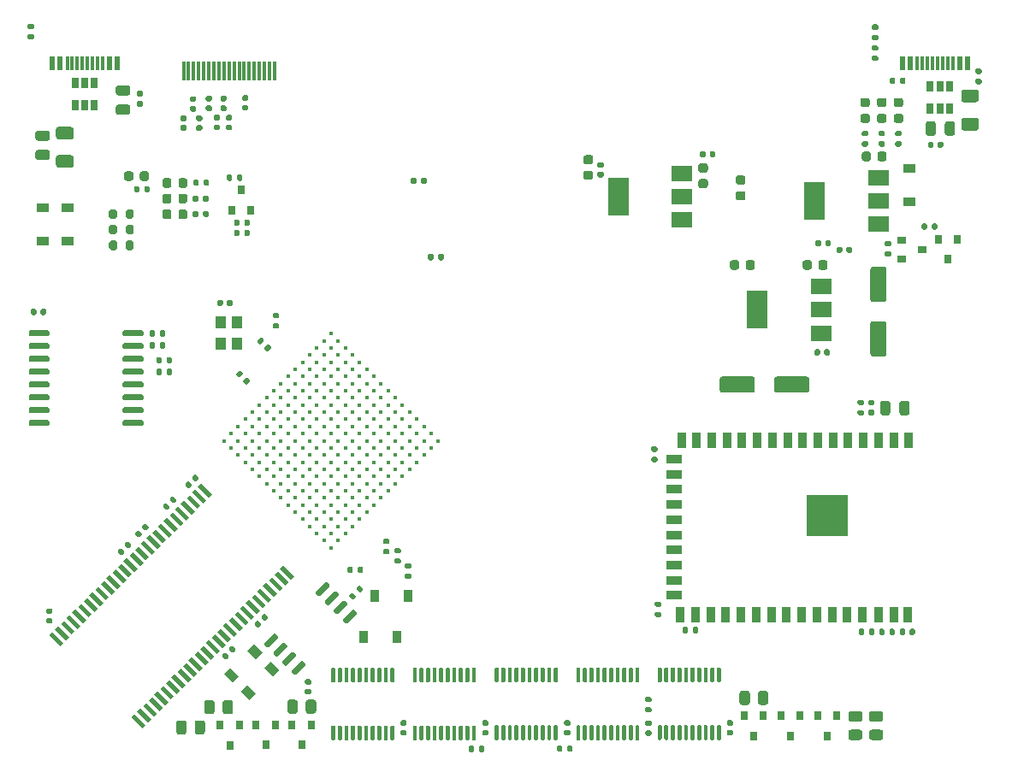
<source format=gbr>
%TF.GenerationSoftware,KiCad,Pcbnew,5.99.0+really5.1.10+dfsg1-1*%
%TF.CreationDate,2021-11-29T17:38:57+01:00*%
%TF.ProjectId,max80,6d617838-302e-46b6-9963-61645f706362,1.00*%
%TF.SameCoordinates,Original*%
%TF.FileFunction,Paste,Top*%
%TF.FilePolarity,Positive*%
%FSLAX46Y46*%
G04 Gerber Fmt 4.6, Leading zero omitted, Abs format (unit mm)*
G04 Created by KiCad (PCBNEW 5.99.0+really5.1.10+dfsg1-1) date 2021-11-29 17:38:57*
%MOMM*%
%LPD*%
G01*
G04 APERTURE LIST*
%ADD10R,1.100000X1.300000*%
%ADD11R,1.200000X0.900000*%
%ADD12R,0.800000X0.900000*%
%ADD13R,0.900000X0.800000*%
%ADD14C,0.400000*%
%ADD15R,0.300000X1.900000*%
%ADD16R,2.000000X1.500000*%
%ADD17R,2.000000X3.800000*%
%ADD18R,0.900000X1.200000*%
%ADD19C,0.100000*%
%ADD20R,0.600000X1.450000*%
%ADD21R,0.300000X1.450000*%
%ADD22R,0.900000X1.500000*%
%ADD23R,1.500000X0.900000*%
%ADD24R,4.100000X4.100000*%
%ADD25R,0.650000X1.060000*%
G04 APERTURE END LIST*
D10*
%TO.C,OSC1*%
X128805000Y-73870000D03*
X128805000Y-75970000D03*
X127155000Y-75970000D03*
X127155000Y-73870000D03*
%TD*%
D11*
%TO.C,D28*%
X112050000Y-62450000D03*
X112050000Y-65750000D03*
%TD*%
%TO.C,D27*%
X195325000Y-58625000D03*
X195325000Y-61925000D03*
%TD*%
%TO.C,D19*%
X109600000Y-62450000D03*
X109600000Y-65750000D03*
%TD*%
%TO.C,R48*%
G36*
G01*
X193410000Y-66310000D02*
X193040000Y-66310000D01*
G75*
G02*
X192905000Y-66175000I0J135000D01*
G01*
X192905000Y-65905000D01*
G75*
G02*
X193040000Y-65770000I135000J0D01*
G01*
X193410000Y-65770000D01*
G75*
G02*
X193545000Y-65905000I0J-135000D01*
G01*
X193545000Y-66175000D01*
G75*
G02*
X193410000Y-66310000I-135000J0D01*
G01*
G37*
G36*
G01*
X193410000Y-67330000D02*
X193040000Y-67330000D01*
G75*
G02*
X192905000Y-67195000I0J135000D01*
G01*
X192905000Y-66925000D01*
G75*
G02*
X193040000Y-66790000I135000J0D01*
G01*
X193410000Y-66790000D01*
G75*
G02*
X193545000Y-66925000I0J-135000D01*
G01*
X193545000Y-67195000D01*
G75*
G02*
X193410000Y-67330000I-135000J0D01*
G01*
G37*
%TD*%
%TO.C,R36*%
G36*
G01*
X197565000Y-64535000D02*
X197565000Y-64165000D01*
G75*
G02*
X197700000Y-64030000I135000J0D01*
G01*
X197970000Y-64030000D01*
G75*
G02*
X198105000Y-64165000I0J-135000D01*
G01*
X198105000Y-64535000D01*
G75*
G02*
X197970000Y-64670000I-135000J0D01*
G01*
X197700000Y-64670000D01*
G75*
G02*
X197565000Y-64535000I0J135000D01*
G01*
G37*
G36*
G01*
X196545000Y-64535000D02*
X196545000Y-64165000D01*
G75*
G02*
X196680000Y-64030000I135000J0D01*
G01*
X196950000Y-64030000D01*
G75*
G02*
X197085000Y-64165000I0J-135000D01*
G01*
X197085000Y-64535000D01*
G75*
G02*
X196950000Y-64670000I-135000J0D01*
G01*
X196680000Y-64670000D01*
G75*
G02*
X196545000Y-64535000I0J135000D01*
G01*
G37*
%TD*%
%TO.C,R35*%
G36*
G01*
X191740000Y-47415000D02*
X192110000Y-47415000D01*
G75*
G02*
X192245000Y-47550000I0J-135000D01*
G01*
X192245000Y-47820000D01*
G75*
G02*
X192110000Y-47955000I-135000J0D01*
G01*
X191740000Y-47955000D01*
G75*
G02*
X191605000Y-47820000I0J135000D01*
G01*
X191605000Y-47550000D01*
G75*
G02*
X191740000Y-47415000I135000J0D01*
G01*
G37*
G36*
G01*
X191740000Y-46395000D02*
X192110000Y-46395000D01*
G75*
G02*
X192245000Y-46530000I0J-135000D01*
G01*
X192245000Y-46800000D01*
G75*
G02*
X192110000Y-46935000I-135000J0D01*
G01*
X191740000Y-46935000D01*
G75*
G02*
X191605000Y-46800000I0J135000D01*
G01*
X191605000Y-46530000D01*
G75*
G02*
X191740000Y-46395000I135000J0D01*
G01*
G37*
%TD*%
%TO.C,R34*%
G36*
G01*
X192135000Y-44860000D02*
X191765000Y-44860000D01*
G75*
G02*
X191630000Y-44725000I0J135000D01*
G01*
X191630000Y-44455000D01*
G75*
G02*
X191765000Y-44320000I135000J0D01*
G01*
X192135000Y-44320000D01*
G75*
G02*
X192270000Y-44455000I0J-135000D01*
G01*
X192270000Y-44725000D01*
G75*
G02*
X192135000Y-44860000I-135000J0D01*
G01*
G37*
G36*
G01*
X192135000Y-45880000D02*
X191765000Y-45880000D01*
G75*
G02*
X191630000Y-45745000I0J135000D01*
G01*
X191630000Y-45475000D01*
G75*
G02*
X191765000Y-45340000I135000J0D01*
G01*
X192135000Y-45340000D01*
G75*
G02*
X192270000Y-45475000I0J-135000D01*
G01*
X192270000Y-45745000D01*
G75*
G02*
X192135000Y-45880000I-135000J0D01*
G01*
G37*
%TD*%
D12*
%TO.C,Q9*%
X199125000Y-67600000D03*
X198175000Y-65600000D03*
X200075000Y-65600000D03*
%TD*%
D13*
%TO.C,Q8*%
X196575000Y-66650000D03*
X194575000Y-67600000D03*
X194575000Y-65700000D03*
%TD*%
D14*
%TO.C,U13*%
X132438146Y-80605253D03*
X133145253Y-79898146D03*
X133852359Y-79191039D03*
X134559466Y-78483932D03*
X135266573Y-77776825D03*
X135973680Y-77069719D03*
X136680786Y-76362612D03*
X137387893Y-75655505D03*
X138095000Y-74948398D03*
X138802107Y-79898146D03*
X138095000Y-80605253D03*
X137387893Y-81312359D03*
X136680786Y-82019466D03*
X137387893Y-82726573D03*
X138095000Y-82019466D03*
X138802107Y-81312359D03*
X139509214Y-80605253D03*
X138802107Y-75655505D03*
X138095000Y-76362612D03*
X137387893Y-77069719D03*
X136680786Y-77776825D03*
X135973680Y-78483932D03*
X135266573Y-79191039D03*
X134559466Y-79898146D03*
X133852359Y-80605253D03*
X133145253Y-81312359D03*
X133852359Y-82019466D03*
X134559466Y-81312359D03*
X135266573Y-80605253D03*
X135973680Y-79898146D03*
X136680786Y-79191039D03*
X137387893Y-78483932D03*
X138095000Y-77776825D03*
X138802107Y-77069719D03*
X139509214Y-76362612D03*
X140216320Y-81312359D03*
X139509214Y-82019466D03*
X138802107Y-82726573D03*
X138095000Y-83433680D03*
X138802107Y-84140786D03*
X139509214Y-83433680D03*
X140216320Y-82726573D03*
X140923427Y-82019466D03*
X140216320Y-77069719D03*
X139509214Y-77776825D03*
X138802107Y-78483932D03*
X138095000Y-79191039D03*
X137387893Y-79898146D03*
X136680786Y-80605253D03*
X135973680Y-81312359D03*
X135266573Y-82019466D03*
X134559466Y-82726573D03*
X135973680Y-82726573D03*
X136680786Y-83433680D03*
X137387893Y-84140786D03*
X135266573Y-83433680D03*
X135973680Y-84140786D03*
X136680786Y-84847893D03*
X137387893Y-85555000D03*
X140923427Y-77776825D03*
X140216320Y-78483932D03*
X136680786Y-86262107D03*
X135973680Y-85555000D03*
X135266573Y-84847893D03*
X134559466Y-84140786D03*
X138095000Y-84847893D03*
X133852359Y-84847893D03*
X134559466Y-85555000D03*
X135266573Y-86262107D03*
X135973680Y-86969214D03*
X139509214Y-79191039D03*
X133145253Y-85555000D03*
X133852359Y-86262107D03*
X134559466Y-86969214D03*
X135266573Y-87676320D03*
X141630534Y-82726573D03*
X141630534Y-78483932D03*
X142337641Y-79191039D03*
X143044747Y-79898146D03*
X143751854Y-80605253D03*
X144458961Y-81312359D03*
X140923427Y-79191039D03*
X141630534Y-79898146D03*
X142337641Y-80605253D03*
X143044747Y-81312359D03*
X143751854Y-82019466D03*
X143044747Y-82726573D03*
X142337641Y-82019466D03*
X141630534Y-81312359D03*
X140923427Y-80605253D03*
X140216320Y-79898146D03*
X142337641Y-83433680D03*
X143044747Y-84140786D03*
X143751854Y-84847893D03*
X140923427Y-83433680D03*
X145166068Y-82019466D03*
X145873175Y-82726573D03*
X144458961Y-82726573D03*
X145166068Y-83433680D03*
X143751854Y-83433680D03*
X144458961Y-84140786D03*
X141630534Y-84140786D03*
X142337641Y-84847893D03*
X143044747Y-85555000D03*
X140216320Y-84140786D03*
X140923427Y-84847893D03*
X141630534Y-85555000D03*
X142337641Y-86262107D03*
X139509214Y-84847893D03*
X140216320Y-85555000D03*
X140923427Y-86262107D03*
X141630534Y-86969214D03*
X138802107Y-85555000D03*
X139509214Y-86262107D03*
X140216320Y-86969214D03*
X140923427Y-87676320D03*
X138095000Y-86262107D03*
X138802107Y-86969214D03*
X139509214Y-87676320D03*
X140216320Y-88383427D03*
X137387893Y-86969214D03*
X138095000Y-87676320D03*
X138802107Y-88383427D03*
X139509214Y-89090534D03*
X136680786Y-87676320D03*
X137387893Y-88383427D03*
X138095000Y-89090534D03*
X138802107Y-89797641D03*
X138095000Y-90504747D03*
X137387893Y-89797641D03*
X136680786Y-89090534D03*
X135973680Y-88383427D03*
X146580281Y-83433680D03*
X147287388Y-84140786D03*
X147994495Y-84847893D03*
X148701602Y-85555000D03*
X147994495Y-86262107D03*
X147287388Y-86969214D03*
X146580281Y-87676320D03*
X147287388Y-85555000D03*
X146580281Y-86262107D03*
X145873175Y-86969214D03*
X145166068Y-86262107D03*
X145873175Y-85555000D03*
X146580281Y-84847893D03*
X145873175Y-84140786D03*
X145166068Y-84847893D03*
X144458961Y-85555000D03*
X143751854Y-86262107D03*
X144458961Y-86969214D03*
X145166068Y-87676320D03*
X145873175Y-88383427D03*
X145166068Y-89090534D03*
X144458961Y-88383427D03*
X143751854Y-87676320D03*
X143044747Y-86969214D03*
X142337641Y-87676320D03*
X143044747Y-88383427D03*
X143751854Y-89090534D03*
X144458961Y-89797641D03*
X143044747Y-89797641D03*
X142337641Y-89090534D03*
X141630534Y-88383427D03*
X140923427Y-89090534D03*
X141630534Y-89797641D03*
X142337641Y-90504747D03*
X141630534Y-91211854D03*
X140923427Y-90504747D03*
X140216320Y-89797641D03*
X139509214Y-90504747D03*
X140216320Y-91211854D03*
X140923427Y-91918961D03*
X130316825Y-82726573D03*
X131023932Y-82019466D03*
X131731039Y-81312359D03*
X132438146Y-82019466D03*
X131731039Y-82726573D03*
X131023932Y-83433680D03*
X131731039Y-84140786D03*
X132438146Y-83433680D03*
X133145253Y-82726573D03*
X133852359Y-83433680D03*
X133145253Y-84140786D03*
X132438146Y-84847893D03*
X128902612Y-84140786D03*
X129609719Y-83433680D03*
X130316825Y-84140786D03*
X129609719Y-84847893D03*
X131731039Y-85555000D03*
X131023932Y-84847893D03*
X130316825Y-85555000D03*
X131023932Y-86262107D03*
X131731039Y-86969214D03*
X132438146Y-86262107D03*
X133145253Y-86969214D03*
X132438146Y-87676320D03*
X133852359Y-87676320D03*
X133145253Y-88383427D03*
X138802107Y-91211854D03*
X139509214Y-91918961D03*
X140216320Y-92626068D03*
X134559466Y-88383427D03*
X135266573Y-89090534D03*
X135973680Y-89797641D03*
X136680786Y-90504747D03*
X137387893Y-91211854D03*
X138095000Y-91918961D03*
X138802107Y-92626068D03*
X139509214Y-93333175D03*
X133852359Y-89090534D03*
X134559466Y-89797641D03*
X135266573Y-90504747D03*
X135973680Y-91211854D03*
X136680786Y-91918961D03*
X137387893Y-92626068D03*
X138095000Y-93333175D03*
X138802107Y-94040281D03*
X136680786Y-93333175D03*
X137387893Y-94040281D03*
X138095000Y-94747388D03*
X135973680Y-92626068D03*
X135266573Y-91918961D03*
X134559466Y-91211854D03*
X133852359Y-90504747D03*
X133145253Y-89797641D03*
X132438146Y-89090534D03*
X131731039Y-88383427D03*
X131023932Y-87676320D03*
X130316825Y-86969214D03*
X129609719Y-86262107D03*
X128902612Y-85555000D03*
X128195505Y-84847893D03*
X143751854Y-90504747D03*
X143044747Y-91211854D03*
X142337641Y-91918961D03*
X141630534Y-92626068D03*
X140923427Y-93333175D03*
X140216320Y-94040281D03*
X139509214Y-94747388D03*
X138802107Y-95454495D03*
X127488398Y-85555000D03*
X128195505Y-86262107D03*
X128902612Y-86969214D03*
X129609719Y-87676320D03*
X130316825Y-88383427D03*
X131023932Y-89090534D03*
X131731039Y-89797641D03*
X132438146Y-90504747D03*
X133145253Y-91211854D03*
X133852359Y-91918961D03*
X134559466Y-92626068D03*
X135266573Y-93333175D03*
X135973680Y-94040281D03*
X136680786Y-94747388D03*
X137387893Y-95454495D03*
X138095000Y-96161602D03*
%TD*%
%TO.C,R33*%
G36*
G01*
X119135000Y-60465000D02*
X119135000Y-60835000D01*
G75*
G02*
X119000000Y-60970000I-135000J0D01*
G01*
X118730000Y-60970000D01*
G75*
G02*
X118595000Y-60835000I0J135000D01*
G01*
X118595000Y-60465000D01*
G75*
G02*
X118730000Y-60330000I135000J0D01*
G01*
X119000000Y-60330000D01*
G75*
G02*
X119135000Y-60465000I0J-135000D01*
G01*
G37*
G36*
G01*
X120155000Y-60465000D02*
X120155000Y-60835000D01*
G75*
G02*
X120020000Y-60970000I-135000J0D01*
G01*
X119750000Y-60970000D01*
G75*
G02*
X119615000Y-60835000I0J135000D01*
G01*
X119615000Y-60465000D01*
G75*
G02*
X119750000Y-60330000I135000J0D01*
G01*
X120020000Y-60330000D01*
G75*
G02*
X120155000Y-60465000I0J-135000D01*
G01*
G37*
%TD*%
%TO.C,R10*%
G36*
G01*
X117775000Y-66475000D02*
X117775000Y-65925000D01*
G75*
G02*
X117975000Y-65725000I200000J0D01*
G01*
X118375000Y-65725000D01*
G75*
G02*
X118575000Y-65925000I0J-200000D01*
G01*
X118575000Y-66475000D01*
G75*
G02*
X118375000Y-66675000I-200000J0D01*
G01*
X117975000Y-66675000D01*
G75*
G02*
X117775000Y-66475000I0J200000D01*
G01*
G37*
G36*
G01*
X116125000Y-66475000D02*
X116125000Y-65925000D01*
G75*
G02*
X116325000Y-65725000I200000J0D01*
G01*
X116725000Y-65725000D01*
G75*
G02*
X116925000Y-65925000I0J-200000D01*
G01*
X116925000Y-66475000D01*
G75*
G02*
X116725000Y-66675000I-200000J0D01*
G01*
X116325000Y-66675000D01*
G75*
G02*
X116125000Y-66475000I0J200000D01*
G01*
G37*
%TD*%
%TO.C,R8*%
G36*
G01*
X116925000Y-62825000D02*
X116925000Y-63375000D01*
G75*
G02*
X116725000Y-63575000I-200000J0D01*
G01*
X116325000Y-63575000D01*
G75*
G02*
X116125000Y-63375000I0J200000D01*
G01*
X116125000Y-62825000D01*
G75*
G02*
X116325000Y-62625000I200000J0D01*
G01*
X116725000Y-62625000D01*
G75*
G02*
X116925000Y-62825000I0J-200000D01*
G01*
G37*
G36*
G01*
X118575000Y-62825000D02*
X118575000Y-63375000D01*
G75*
G02*
X118375000Y-63575000I-200000J0D01*
G01*
X117975000Y-63575000D01*
G75*
G02*
X117775000Y-63375000I0J200000D01*
G01*
X117775000Y-62825000D01*
G75*
G02*
X117975000Y-62625000I200000J0D01*
G01*
X118375000Y-62625000D01*
G75*
G02*
X118575000Y-62825000I0J-200000D01*
G01*
G37*
%TD*%
%TO.C,R7*%
G36*
G01*
X116925000Y-64375000D02*
X116925000Y-64925000D01*
G75*
G02*
X116725000Y-65125000I-200000J0D01*
G01*
X116325000Y-65125000D01*
G75*
G02*
X116125000Y-64925000I0J200000D01*
G01*
X116125000Y-64375000D01*
G75*
G02*
X116325000Y-64175000I200000J0D01*
G01*
X116725000Y-64175000D01*
G75*
G02*
X116925000Y-64375000I0J-200000D01*
G01*
G37*
G36*
G01*
X118575000Y-64375000D02*
X118575000Y-64925000D01*
G75*
G02*
X118375000Y-65125000I-200000J0D01*
G01*
X117975000Y-65125000D01*
G75*
G02*
X117775000Y-64925000I0J200000D01*
G01*
X117775000Y-64375000D01*
G75*
G02*
X117975000Y-64175000I200000J0D01*
G01*
X118375000Y-64175000D01*
G75*
G02*
X118575000Y-64375000I0J-200000D01*
G01*
G37*
%TD*%
%TO.C,C60*%
G36*
G01*
X191720000Y-73720000D02*
X192820000Y-73720000D01*
G75*
G02*
X193070000Y-73970000I0J-250000D01*
G01*
X193070000Y-76970000D01*
G75*
G02*
X192820000Y-77220000I-250000J0D01*
G01*
X191720000Y-77220000D01*
G75*
G02*
X191470000Y-76970000I0J250000D01*
G01*
X191470000Y-73970000D01*
G75*
G02*
X191720000Y-73720000I250000J0D01*
G01*
G37*
G36*
G01*
X191720000Y-68320000D02*
X192820000Y-68320000D01*
G75*
G02*
X193070000Y-68570000I0J-250000D01*
G01*
X193070000Y-71570000D01*
G75*
G02*
X192820000Y-71820000I-250000J0D01*
G01*
X191720000Y-71820000D01*
G75*
G02*
X191470000Y-71570000I0J250000D01*
G01*
X191470000Y-68570000D01*
G75*
G02*
X191720000Y-68320000I250000J0D01*
G01*
G37*
%TD*%
D15*
%TO.C,J2*%
X132500000Y-48900000D03*
X132000000Y-48900000D03*
X131500000Y-48900000D03*
X131000000Y-48900000D03*
X130500000Y-48900000D03*
X130000000Y-48900000D03*
X129500000Y-48900000D03*
X129000000Y-48900000D03*
X128500000Y-48900000D03*
X128000000Y-48900000D03*
X127500000Y-48900000D03*
X127000000Y-48900000D03*
X126500000Y-48900000D03*
X126000000Y-48900000D03*
X125500000Y-48900000D03*
X125000000Y-48900000D03*
X124500000Y-48900000D03*
X124000000Y-48900000D03*
X123500000Y-48900000D03*
%TD*%
%TO.C,R32*%
G36*
G01*
X121820000Y-77765000D02*
X121820000Y-77395000D01*
G75*
G02*
X121955000Y-77260000I135000J0D01*
G01*
X122225000Y-77260000D01*
G75*
G02*
X122360000Y-77395000I0J-135000D01*
G01*
X122360000Y-77765000D01*
G75*
G02*
X122225000Y-77900000I-135000J0D01*
G01*
X121955000Y-77900000D01*
G75*
G02*
X121820000Y-77765000I0J135000D01*
G01*
G37*
G36*
G01*
X120800000Y-77765000D02*
X120800000Y-77395000D01*
G75*
G02*
X120935000Y-77260000I135000J0D01*
G01*
X121205000Y-77260000D01*
G75*
G02*
X121340000Y-77395000I0J-135000D01*
G01*
X121340000Y-77765000D01*
G75*
G02*
X121205000Y-77900000I-135000J0D01*
G01*
X120935000Y-77900000D01*
G75*
G02*
X120800000Y-77765000I0J135000D01*
G01*
G37*
%TD*%
%TO.C,R9*%
G36*
G01*
X121840000Y-78925000D02*
X121840000Y-78555000D01*
G75*
G02*
X121975000Y-78420000I135000J0D01*
G01*
X122245000Y-78420000D01*
G75*
G02*
X122380000Y-78555000I0J-135000D01*
G01*
X122380000Y-78925000D01*
G75*
G02*
X122245000Y-79060000I-135000J0D01*
G01*
X121975000Y-79060000D01*
G75*
G02*
X121840000Y-78925000I0J135000D01*
G01*
G37*
G36*
G01*
X120820000Y-78925000D02*
X120820000Y-78555000D01*
G75*
G02*
X120955000Y-78420000I135000J0D01*
G01*
X121225000Y-78420000D01*
G75*
G02*
X121360000Y-78555000I0J-135000D01*
G01*
X121360000Y-78925000D01*
G75*
G02*
X121225000Y-79060000I-135000J0D01*
G01*
X120955000Y-79060000D01*
G75*
G02*
X120820000Y-78925000I0J135000D01*
G01*
G37*
%TD*%
D16*
%TO.C,U8*%
X186600000Y-74900000D03*
X186600000Y-70300000D03*
X186600000Y-72600000D03*
D17*
X180300000Y-72600000D03*
%TD*%
%TO.C,C38*%
G36*
G01*
X186900000Y-76970000D02*
X186900000Y-76630000D01*
G75*
G02*
X187040000Y-76490000I140000J0D01*
G01*
X187320000Y-76490000D01*
G75*
G02*
X187460000Y-76630000I0J-140000D01*
G01*
X187460000Y-76970000D01*
G75*
G02*
X187320000Y-77110000I-140000J0D01*
G01*
X187040000Y-77110000D01*
G75*
G02*
X186900000Y-76970000I0J140000D01*
G01*
G37*
G36*
G01*
X185940000Y-76970000D02*
X185940000Y-76630000D01*
G75*
G02*
X186080000Y-76490000I140000J0D01*
G01*
X186360000Y-76490000D01*
G75*
G02*
X186500000Y-76630000I0J-140000D01*
G01*
X186500000Y-76970000D01*
G75*
G02*
X186360000Y-77110000I-140000J0D01*
G01*
X186080000Y-77110000D01*
G75*
G02*
X185940000Y-76970000I0J140000D01*
G01*
G37*
%TD*%
%TO.C,C37*%
G36*
G01*
X179125000Y-68400000D02*
X179125000Y-67900000D01*
G75*
G02*
X179350000Y-67675000I225000J0D01*
G01*
X179800000Y-67675000D01*
G75*
G02*
X180025000Y-67900000I0J-225000D01*
G01*
X180025000Y-68400000D01*
G75*
G02*
X179800000Y-68625000I-225000J0D01*
G01*
X179350000Y-68625000D01*
G75*
G02*
X179125000Y-68400000I0J225000D01*
G01*
G37*
G36*
G01*
X177575000Y-68400000D02*
X177575000Y-67900000D01*
G75*
G02*
X177800000Y-67675000I225000J0D01*
G01*
X178250000Y-67675000D01*
G75*
G02*
X178475000Y-67900000I0J-225000D01*
G01*
X178475000Y-68400000D01*
G75*
G02*
X178250000Y-68625000I-225000J0D01*
G01*
X177800000Y-68625000D01*
G75*
G02*
X177575000Y-68400000I0J225000D01*
G01*
G37*
%TD*%
%TO.C,C36*%
G36*
G01*
X185675000Y-67900000D02*
X185675000Y-68400000D01*
G75*
G02*
X185450000Y-68625000I-225000J0D01*
G01*
X185000000Y-68625000D01*
G75*
G02*
X184775000Y-68400000I0J225000D01*
G01*
X184775000Y-67900000D01*
G75*
G02*
X185000000Y-67675000I225000J0D01*
G01*
X185450000Y-67675000D01*
G75*
G02*
X185675000Y-67900000I0J-225000D01*
G01*
G37*
G36*
G01*
X187225000Y-67900000D02*
X187225000Y-68400000D01*
G75*
G02*
X187000000Y-68625000I-225000J0D01*
G01*
X186550000Y-68625000D01*
G75*
G02*
X186325000Y-68400000I0J225000D01*
G01*
X186325000Y-67900000D01*
G75*
G02*
X186550000Y-67675000I225000J0D01*
G01*
X187000000Y-67675000D01*
G75*
G02*
X187225000Y-67900000I0J-225000D01*
G01*
G37*
%TD*%
%TO.C,C35*%
G36*
G01*
X189100000Y-66820000D02*
X189100000Y-66480000D01*
G75*
G02*
X189240000Y-66340000I140000J0D01*
G01*
X189520000Y-66340000D01*
G75*
G02*
X189660000Y-66480000I0J-140000D01*
G01*
X189660000Y-66820000D01*
G75*
G02*
X189520000Y-66960000I-140000J0D01*
G01*
X189240000Y-66960000D01*
G75*
G02*
X189100000Y-66820000I0J140000D01*
G01*
G37*
G36*
G01*
X188140000Y-66820000D02*
X188140000Y-66480000D01*
G75*
G02*
X188280000Y-66340000I140000J0D01*
G01*
X188560000Y-66340000D01*
G75*
G02*
X188700000Y-66480000I0J-140000D01*
G01*
X188700000Y-66820000D01*
G75*
G02*
X188560000Y-66960000I-140000J0D01*
G01*
X188280000Y-66960000D01*
G75*
G02*
X188140000Y-66820000I0J140000D01*
G01*
G37*
%TD*%
%TO.C,C83*%
G36*
G01*
X127790000Y-72090000D02*
X127790000Y-71750000D01*
G75*
G02*
X127930000Y-71610000I140000J0D01*
G01*
X128210000Y-71610000D01*
G75*
G02*
X128350000Y-71750000I0J-140000D01*
G01*
X128350000Y-72090000D01*
G75*
G02*
X128210000Y-72230000I-140000J0D01*
G01*
X127930000Y-72230000D01*
G75*
G02*
X127790000Y-72090000I0J140000D01*
G01*
G37*
G36*
G01*
X126830000Y-72090000D02*
X126830000Y-71750000D01*
G75*
G02*
X126970000Y-71610000I140000J0D01*
G01*
X127250000Y-71610000D01*
G75*
G02*
X127390000Y-71750000I0J-140000D01*
G01*
X127390000Y-72090000D01*
G75*
G02*
X127250000Y-72230000I-140000J0D01*
G01*
X126970000Y-72230000D01*
G75*
G02*
X126830000Y-72090000I0J140000D01*
G01*
G37*
%TD*%
%TO.C,C61*%
G36*
G01*
X181950000Y-80550000D02*
X181950000Y-79450000D01*
G75*
G02*
X182200000Y-79200000I250000J0D01*
G01*
X185200000Y-79200000D01*
G75*
G02*
X185450000Y-79450000I0J-250000D01*
G01*
X185450000Y-80550000D01*
G75*
G02*
X185200000Y-80800000I-250000J0D01*
G01*
X182200000Y-80800000D01*
G75*
G02*
X181950000Y-80550000I0J250000D01*
G01*
G37*
G36*
G01*
X176550000Y-80550400D02*
X176550000Y-79449600D01*
G75*
G02*
X176799600Y-79200000I249600J0D01*
G01*
X179800400Y-79200000D01*
G75*
G02*
X180050000Y-79449600I0J-249600D01*
G01*
X180050000Y-80550400D01*
G75*
G02*
X179800400Y-80800000I-249600J0D01*
G01*
X176799600Y-80800000D01*
G75*
G02*
X176550000Y-80550400I0J249600D01*
G01*
G37*
%TD*%
%TO.C,R50*%
G36*
G01*
X147020000Y-60005000D02*
X147020000Y-59635000D01*
G75*
G02*
X147155000Y-59500000I135000J0D01*
G01*
X147425000Y-59500000D01*
G75*
G02*
X147560000Y-59635000I0J-135000D01*
G01*
X147560000Y-60005000D01*
G75*
G02*
X147425000Y-60140000I-135000J0D01*
G01*
X147155000Y-60140000D01*
G75*
G02*
X147020000Y-60005000I0J135000D01*
G01*
G37*
G36*
G01*
X146000000Y-60005000D02*
X146000000Y-59635000D01*
G75*
G02*
X146135000Y-59500000I135000J0D01*
G01*
X146405000Y-59500000D01*
G75*
G02*
X146540000Y-59635000I0J-135000D01*
G01*
X146540000Y-60005000D01*
G75*
G02*
X146405000Y-60140000I-135000J0D01*
G01*
X146135000Y-60140000D01*
G75*
G02*
X146000000Y-60005000I0J135000D01*
G01*
G37*
%TD*%
%TO.C,R49*%
G36*
G01*
X148230000Y-67185000D02*
X148230000Y-67555000D01*
G75*
G02*
X148095000Y-67690000I-135000J0D01*
G01*
X147825000Y-67690000D01*
G75*
G02*
X147690000Y-67555000I0J135000D01*
G01*
X147690000Y-67185000D01*
G75*
G02*
X147825000Y-67050000I135000J0D01*
G01*
X148095000Y-67050000D01*
G75*
G02*
X148230000Y-67185000I0J-135000D01*
G01*
G37*
G36*
G01*
X149250000Y-67185000D02*
X149250000Y-67555000D01*
G75*
G02*
X149115000Y-67690000I-135000J0D01*
G01*
X148845000Y-67690000D01*
G75*
G02*
X148710000Y-67555000I0J135000D01*
G01*
X148710000Y-67185000D01*
G75*
G02*
X148845000Y-67050000I135000J0D01*
G01*
X149115000Y-67050000D01*
G75*
G02*
X149250000Y-67185000I0J-135000D01*
G01*
G37*
%TD*%
%TO.C,R47*%
G36*
G01*
X128310000Y-59315000D02*
X128310000Y-59685000D01*
G75*
G02*
X128175000Y-59820000I-135000J0D01*
G01*
X127905000Y-59820000D01*
G75*
G02*
X127770000Y-59685000I0J135000D01*
G01*
X127770000Y-59315000D01*
G75*
G02*
X127905000Y-59180000I135000J0D01*
G01*
X128175000Y-59180000D01*
G75*
G02*
X128310000Y-59315000I0J-135000D01*
G01*
G37*
G36*
G01*
X129330000Y-59315000D02*
X129330000Y-59685000D01*
G75*
G02*
X129195000Y-59820000I-135000J0D01*
G01*
X128925000Y-59820000D01*
G75*
G02*
X128790000Y-59685000I0J135000D01*
G01*
X128790000Y-59315000D01*
G75*
G02*
X128925000Y-59180000I135000J0D01*
G01*
X129195000Y-59180000D01*
G75*
G02*
X129330000Y-59315000I0J-135000D01*
G01*
G37*
%TD*%
%TO.C,R46*%
G36*
G01*
X129030000Y-63785000D02*
X129030000Y-64155000D01*
G75*
G02*
X128895000Y-64290000I-135000J0D01*
G01*
X128625000Y-64290000D01*
G75*
G02*
X128490000Y-64155000I0J135000D01*
G01*
X128490000Y-63785000D01*
G75*
G02*
X128625000Y-63650000I135000J0D01*
G01*
X128895000Y-63650000D01*
G75*
G02*
X129030000Y-63785000I0J-135000D01*
G01*
G37*
G36*
G01*
X130050000Y-63785000D02*
X130050000Y-64155000D01*
G75*
G02*
X129915000Y-64290000I-135000J0D01*
G01*
X129645000Y-64290000D01*
G75*
G02*
X129510000Y-64155000I0J135000D01*
G01*
X129510000Y-63785000D01*
G75*
G02*
X129645000Y-63650000I135000J0D01*
G01*
X129915000Y-63650000D01*
G75*
G02*
X130050000Y-63785000I0J-135000D01*
G01*
G37*
%TD*%
D12*
%TO.C,Q7*%
X129220000Y-60720000D03*
X130170000Y-62720000D03*
X128270000Y-62720000D03*
%TD*%
%TO.C,C82*%
G36*
G01*
X129430000Y-52300000D02*
X129770000Y-52300000D01*
G75*
G02*
X129910000Y-52440000I0J-140000D01*
G01*
X129910000Y-52720000D01*
G75*
G02*
X129770000Y-52860000I-140000J0D01*
G01*
X129430000Y-52860000D01*
G75*
G02*
X129290000Y-52720000I0J140000D01*
G01*
X129290000Y-52440000D01*
G75*
G02*
X129430000Y-52300000I140000J0D01*
G01*
G37*
G36*
G01*
X129430000Y-51340000D02*
X129770000Y-51340000D01*
G75*
G02*
X129910000Y-51480000I0J-140000D01*
G01*
X129910000Y-51760000D01*
G75*
G02*
X129770000Y-51900000I-140000J0D01*
G01*
X129430000Y-51900000D01*
G75*
G02*
X129290000Y-51760000I0J140000D01*
G01*
X129290000Y-51480000D01*
G75*
G02*
X129430000Y-51340000I140000J0D01*
G01*
G37*
%TD*%
%TO.C,C81*%
G36*
G01*
X127830000Y-54250000D02*
X128170000Y-54250000D01*
G75*
G02*
X128310000Y-54390000I0J-140000D01*
G01*
X128310000Y-54670000D01*
G75*
G02*
X128170000Y-54810000I-140000J0D01*
G01*
X127830000Y-54810000D01*
G75*
G02*
X127690000Y-54670000I0J140000D01*
G01*
X127690000Y-54390000D01*
G75*
G02*
X127830000Y-54250000I140000J0D01*
G01*
G37*
G36*
G01*
X127830000Y-53290000D02*
X128170000Y-53290000D01*
G75*
G02*
X128310000Y-53430000I0J-140000D01*
G01*
X128310000Y-53710000D01*
G75*
G02*
X128170000Y-53850000I-140000J0D01*
G01*
X127830000Y-53850000D01*
G75*
G02*
X127690000Y-53710000I0J140000D01*
G01*
X127690000Y-53430000D01*
G75*
G02*
X127830000Y-53290000I140000J0D01*
G01*
G37*
%TD*%
%TO.C,C80*%
G36*
G01*
X127280000Y-52350000D02*
X127620000Y-52350000D01*
G75*
G02*
X127760000Y-52490000I0J-140000D01*
G01*
X127760000Y-52770000D01*
G75*
G02*
X127620000Y-52910000I-140000J0D01*
G01*
X127280000Y-52910000D01*
G75*
G02*
X127140000Y-52770000I0J140000D01*
G01*
X127140000Y-52490000D01*
G75*
G02*
X127280000Y-52350000I140000J0D01*
G01*
G37*
G36*
G01*
X127280000Y-51390000D02*
X127620000Y-51390000D01*
G75*
G02*
X127760000Y-51530000I0J-140000D01*
G01*
X127760000Y-51810000D01*
G75*
G02*
X127620000Y-51950000I-140000J0D01*
G01*
X127280000Y-51950000D01*
G75*
G02*
X127140000Y-51810000I0J140000D01*
G01*
X127140000Y-51530000D01*
G75*
G02*
X127280000Y-51390000I140000J0D01*
G01*
G37*
%TD*%
%TO.C,C79*%
G36*
G01*
X126630000Y-54250000D02*
X126970000Y-54250000D01*
G75*
G02*
X127110000Y-54390000I0J-140000D01*
G01*
X127110000Y-54670000D01*
G75*
G02*
X126970000Y-54810000I-140000J0D01*
G01*
X126630000Y-54810000D01*
G75*
G02*
X126490000Y-54670000I0J140000D01*
G01*
X126490000Y-54390000D01*
G75*
G02*
X126630000Y-54250000I140000J0D01*
G01*
G37*
G36*
G01*
X126630000Y-53290000D02*
X126970000Y-53290000D01*
G75*
G02*
X127110000Y-53430000I0J-140000D01*
G01*
X127110000Y-53710000D01*
G75*
G02*
X126970000Y-53850000I-140000J0D01*
G01*
X126630000Y-53850000D01*
G75*
G02*
X126490000Y-53710000I0J140000D01*
G01*
X126490000Y-53430000D01*
G75*
G02*
X126630000Y-53290000I140000J0D01*
G01*
G37*
%TD*%
%TO.C,C78*%
G36*
G01*
X125830000Y-52350000D02*
X126170000Y-52350000D01*
G75*
G02*
X126310000Y-52490000I0J-140000D01*
G01*
X126310000Y-52770000D01*
G75*
G02*
X126170000Y-52910000I-140000J0D01*
G01*
X125830000Y-52910000D01*
G75*
G02*
X125690000Y-52770000I0J140000D01*
G01*
X125690000Y-52490000D01*
G75*
G02*
X125830000Y-52350000I140000J0D01*
G01*
G37*
G36*
G01*
X125830000Y-51390000D02*
X126170000Y-51390000D01*
G75*
G02*
X126310000Y-51530000I0J-140000D01*
G01*
X126310000Y-51810000D01*
G75*
G02*
X126170000Y-51950000I-140000J0D01*
G01*
X125830000Y-51950000D01*
G75*
G02*
X125690000Y-51810000I0J140000D01*
G01*
X125690000Y-51530000D01*
G75*
G02*
X125830000Y-51390000I140000J0D01*
G01*
G37*
%TD*%
%TO.C,C77*%
G36*
G01*
X124880000Y-54300000D02*
X125220000Y-54300000D01*
G75*
G02*
X125360000Y-54440000I0J-140000D01*
G01*
X125360000Y-54720000D01*
G75*
G02*
X125220000Y-54860000I-140000J0D01*
G01*
X124880000Y-54860000D01*
G75*
G02*
X124740000Y-54720000I0J140000D01*
G01*
X124740000Y-54440000D01*
G75*
G02*
X124880000Y-54300000I140000J0D01*
G01*
G37*
G36*
G01*
X124880000Y-53340000D02*
X125220000Y-53340000D01*
G75*
G02*
X125360000Y-53480000I0J-140000D01*
G01*
X125360000Y-53760000D01*
G75*
G02*
X125220000Y-53900000I-140000J0D01*
G01*
X124880000Y-53900000D01*
G75*
G02*
X124740000Y-53760000I0J140000D01*
G01*
X124740000Y-53480000D01*
G75*
G02*
X124880000Y-53340000I140000J0D01*
G01*
G37*
%TD*%
%TO.C,C76*%
G36*
G01*
X124280000Y-52400000D02*
X124620000Y-52400000D01*
G75*
G02*
X124760000Y-52540000I0J-140000D01*
G01*
X124760000Y-52820000D01*
G75*
G02*
X124620000Y-52960000I-140000J0D01*
G01*
X124280000Y-52960000D01*
G75*
G02*
X124140000Y-52820000I0J140000D01*
G01*
X124140000Y-52540000D01*
G75*
G02*
X124280000Y-52400000I140000J0D01*
G01*
G37*
G36*
G01*
X124280000Y-51440000D02*
X124620000Y-51440000D01*
G75*
G02*
X124760000Y-51580000I0J-140000D01*
G01*
X124760000Y-51860000D01*
G75*
G02*
X124620000Y-52000000I-140000J0D01*
G01*
X124280000Y-52000000D01*
G75*
G02*
X124140000Y-51860000I0J140000D01*
G01*
X124140000Y-51580000D01*
G75*
G02*
X124280000Y-51440000I140000J0D01*
G01*
G37*
%TD*%
%TO.C,C75*%
G36*
G01*
X123330000Y-54300000D02*
X123670000Y-54300000D01*
G75*
G02*
X123810000Y-54440000I0J-140000D01*
G01*
X123810000Y-54720000D01*
G75*
G02*
X123670000Y-54860000I-140000J0D01*
G01*
X123330000Y-54860000D01*
G75*
G02*
X123190000Y-54720000I0J140000D01*
G01*
X123190000Y-54440000D01*
G75*
G02*
X123330000Y-54300000I140000J0D01*
G01*
G37*
G36*
G01*
X123330000Y-53340000D02*
X123670000Y-53340000D01*
G75*
G02*
X123810000Y-53480000I0J-140000D01*
G01*
X123810000Y-53760000D01*
G75*
G02*
X123670000Y-53900000I-140000J0D01*
G01*
X123330000Y-53900000D01*
G75*
G02*
X123190000Y-53760000I0J140000D01*
G01*
X123190000Y-53480000D01*
G75*
G02*
X123330000Y-53340000I140000J0D01*
G01*
G37*
%TD*%
D18*
%TO.C,D7*%
X142445000Y-100920000D03*
X145745000Y-100920000D03*
%TD*%
D19*
%TO.C,D6*%
G36*
X130667792Y-107170736D02*
G01*
X129819264Y-106322208D01*
X130455660Y-105685812D01*
X131304188Y-106534340D01*
X130667792Y-107170736D01*
G37*
G36*
X128334340Y-109504188D02*
G01*
X127485812Y-108655660D01*
X128122208Y-108019264D01*
X128970736Y-108867792D01*
X128334340Y-109504188D01*
G37*
%TD*%
%TO.C,D5*%
G36*
X132367792Y-108895736D02*
G01*
X131519264Y-108047208D01*
X132155660Y-107410812D01*
X133004188Y-108259340D01*
X132367792Y-108895736D01*
G37*
G36*
X130034340Y-111229188D02*
G01*
X129185812Y-110380660D01*
X129822208Y-109744264D01*
X130670736Y-110592792D01*
X130034340Y-111229188D01*
G37*
%TD*%
D18*
%TO.C,D4*%
X141295000Y-104945000D03*
X144595000Y-104945000D03*
%TD*%
%TO.C,R45*%
G36*
G01*
X190445002Y-113370000D02*
X189544998Y-113370000D01*
G75*
G02*
X189295000Y-113120002I0J249998D01*
G01*
X189295000Y-112594998D01*
G75*
G02*
X189544998Y-112345000I249998J0D01*
G01*
X190445002Y-112345000D01*
G75*
G02*
X190695000Y-112594998I0J-249998D01*
G01*
X190695000Y-113120002D01*
G75*
G02*
X190445002Y-113370000I-249998J0D01*
G01*
G37*
G36*
G01*
X190445002Y-115195000D02*
X189544998Y-115195000D01*
G75*
G02*
X189295000Y-114945002I0J249998D01*
G01*
X189295000Y-114419998D01*
G75*
G02*
X189544998Y-114170000I249998J0D01*
G01*
X190445002Y-114170000D01*
G75*
G02*
X190695000Y-114419998I0J-249998D01*
G01*
X190695000Y-114945002D01*
G75*
G02*
X190445002Y-115195000I-249998J0D01*
G01*
G37*
%TD*%
%TO.C,R44*%
G36*
G01*
X124595000Y-114395002D02*
X124595000Y-113494998D01*
G75*
G02*
X124844998Y-113245000I249998J0D01*
G01*
X125370002Y-113245000D01*
G75*
G02*
X125620000Y-113494998I0J-249998D01*
G01*
X125620000Y-114395002D01*
G75*
G02*
X125370002Y-114645000I-249998J0D01*
G01*
X124844998Y-114645000D01*
G75*
G02*
X124595000Y-114395002I0J249998D01*
G01*
G37*
G36*
G01*
X122770000Y-114395002D02*
X122770000Y-113494998D01*
G75*
G02*
X123019998Y-113245000I249998J0D01*
G01*
X123545002Y-113245000D01*
G75*
G02*
X123795000Y-113494998I0J-249998D01*
G01*
X123795000Y-114395002D01*
G75*
G02*
X123545002Y-114645000I-249998J0D01*
G01*
X123019998Y-114645000D01*
G75*
G02*
X122770000Y-114395002I0J249998D01*
G01*
G37*
%TD*%
%TO.C,R43*%
G36*
G01*
X192490002Y-113370000D02*
X191589998Y-113370000D01*
G75*
G02*
X191340000Y-113120002I0J249998D01*
G01*
X191340000Y-112594998D01*
G75*
G02*
X191589998Y-112345000I249998J0D01*
G01*
X192490002Y-112345000D01*
G75*
G02*
X192740000Y-112594998I0J-249998D01*
G01*
X192740000Y-113120002D01*
G75*
G02*
X192490002Y-113370000I-249998J0D01*
G01*
G37*
G36*
G01*
X192490002Y-115195000D02*
X191589998Y-115195000D01*
G75*
G02*
X191340000Y-114945002I0J249998D01*
G01*
X191340000Y-114419998D01*
G75*
G02*
X191589998Y-114170000I249998J0D01*
G01*
X192490002Y-114170000D01*
G75*
G02*
X192740000Y-114419998I0J-249998D01*
G01*
X192740000Y-114945002D01*
G75*
G02*
X192490002Y-115195000I-249998J0D01*
G01*
G37*
%TD*%
%TO.C,R28*%
G36*
G01*
X180345000Y-111470002D02*
X180345000Y-110569998D01*
G75*
G02*
X180594998Y-110320000I249998J0D01*
G01*
X181120002Y-110320000D01*
G75*
G02*
X181370000Y-110569998I0J-249998D01*
G01*
X181370000Y-111470002D01*
G75*
G02*
X181120002Y-111720000I-249998J0D01*
G01*
X180594998Y-111720000D01*
G75*
G02*
X180345000Y-111470002I0J249998D01*
G01*
G37*
G36*
G01*
X178520000Y-111470002D02*
X178520000Y-110569998D01*
G75*
G02*
X178769998Y-110320000I249998J0D01*
G01*
X179295002Y-110320000D01*
G75*
G02*
X179545000Y-110569998I0J-249998D01*
G01*
X179545000Y-111470002D01*
G75*
G02*
X179295002Y-111720000I-249998J0D01*
G01*
X178769998Y-111720000D01*
G75*
G02*
X178520000Y-111470002I0J249998D01*
G01*
G37*
%TD*%
%TO.C,R27*%
G36*
G01*
X135595000Y-112345002D02*
X135595000Y-111444998D01*
G75*
G02*
X135844998Y-111195000I249998J0D01*
G01*
X136370002Y-111195000D01*
G75*
G02*
X136620000Y-111444998I0J-249998D01*
G01*
X136620000Y-112345002D01*
G75*
G02*
X136370002Y-112595000I-249998J0D01*
G01*
X135844998Y-112595000D01*
G75*
G02*
X135595000Y-112345002I0J249998D01*
G01*
G37*
G36*
G01*
X133770000Y-112345002D02*
X133770000Y-111444998D01*
G75*
G02*
X134019998Y-111195000I249998J0D01*
G01*
X134545002Y-111195000D01*
G75*
G02*
X134795000Y-111444998I0J-249998D01*
G01*
X134795000Y-112345002D01*
G75*
G02*
X134545002Y-112595000I-249998J0D01*
G01*
X134019998Y-112595000D01*
G75*
G02*
X133770000Y-112345002I0J249998D01*
G01*
G37*
%TD*%
%TO.C,R26*%
G36*
G01*
X127370000Y-112395002D02*
X127370000Y-111494998D01*
G75*
G02*
X127619998Y-111245000I249998J0D01*
G01*
X128145002Y-111245000D01*
G75*
G02*
X128395000Y-111494998I0J-249998D01*
G01*
X128395000Y-112395002D01*
G75*
G02*
X128145002Y-112645000I-249998J0D01*
G01*
X127619998Y-112645000D01*
G75*
G02*
X127370000Y-112395002I0J249998D01*
G01*
G37*
G36*
G01*
X125545000Y-112395002D02*
X125545000Y-111494998D01*
G75*
G02*
X125794998Y-111245000I249998J0D01*
G01*
X126320002Y-111245000D01*
G75*
G02*
X126570000Y-111494998I0J-249998D01*
G01*
X126570000Y-112395002D01*
G75*
G02*
X126320002Y-112645000I-249998J0D01*
G01*
X125794998Y-112645000D01*
G75*
G02*
X125545000Y-112395002I0J249998D01*
G01*
G37*
%TD*%
%TO.C,R25*%
G36*
G01*
X169680000Y-111455000D02*
X169310000Y-111455000D01*
G75*
G02*
X169175000Y-111320000I0J135000D01*
G01*
X169175000Y-111050000D01*
G75*
G02*
X169310000Y-110915000I135000J0D01*
G01*
X169680000Y-110915000D01*
G75*
G02*
X169815000Y-111050000I0J-135000D01*
G01*
X169815000Y-111320000D01*
G75*
G02*
X169680000Y-111455000I-135000J0D01*
G01*
G37*
G36*
G01*
X169680000Y-112475000D02*
X169310000Y-112475000D01*
G75*
G02*
X169175000Y-112340000I0J135000D01*
G01*
X169175000Y-112070000D01*
G75*
G02*
X169310000Y-111935000I135000J0D01*
G01*
X169680000Y-111935000D01*
G75*
G02*
X169815000Y-112070000I0J-135000D01*
G01*
X169815000Y-112340000D01*
G75*
G02*
X169680000Y-112475000I-135000J0D01*
G01*
G37*
%TD*%
D12*
%TO.C,Q6*%
X128070000Y-115710000D03*
X127120000Y-113710000D03*
X129020000Y-113710000D03*
%TD*%
D16*
%TO.C,U16*%
X192260000Y-64110000D03*
X192260000Y-59510000D03*
X192260000Y-61810000D03*
D17*
X185960000Y-61810000D03*
%TD*%
D16*
%TO.C,U1*%
X172820000Y-63670000D03*
X172820000Y-59070000D03*
X172820000Y-61370000D03*
D17*
X166520000Y-61370000D03*
%TD*%
%TO.C,C74*%
G36*
G01*
X164940000Y-58520000D02*
X164600000Y-58520000D01*
G75*
G02*
X164460000Y-58380000I0J140000D01*
G01*
X164460000Y-58100000D01*
G75*
G02*
X164600000Y-57960000I140000J0D01*
G01*
X164940000Y-57960000D01*
G75*
G02*
X165080000Y-58100000I0J-140000D01*
G01*
X165080000Y-58380000D01*
G75*
G02*
X164940000Y-58520000I-140000J0D01*
G01*
G37*
G36*
G01*
X164940000Y-59480000D02*
X164600000Y-59480000D01*
G75*
G02*
X164460000Y-59340000I0J140000D01*
G01*
X164460000Y-59060000D01*
G75*
G02*
X164600000Y-58920000I140000J0D01*
G01*
X164940000Y-58920000D01*
G75*
G02*
X165080000Y-59060000I0J-140000D01*
G01*
X165080000Y-59340000D01*
G75*
G02*
X164940000Y-59480000I-140000J0D01*
G01*
G37*
%TD*%
%TO.C,C73*%
G36*
G01*
X187000000Y-66170000D02*
X187000000Y-65830000D01*
G75*
G02*
X187140000Y-65690000I140000J0D01*
G01*
X187420000Y-65690000D01*
G75*
G02*
X187560000Y-65830000I0J-140000D01*
G01*
X187560000Y-66170000D01*
G75*
G02*
X187420000Y-66310000I-140000J0D01*
G01*
X187140000Y-66310000D01*
G75*
G02*
X187000000Y-66170000I0J140000D01*
G01*
G37*
G36*
G01*
X186040000Y-66170000D02*
X186040000Y-65830000D01*
G75*
G02*
X186180000Y-65690000I140000J0D01*
G01*
X186460000Y-65690000D01*
G75*
G02*
X186600000Y-65830000I0J-140000D01*
G01*
X186600000Y-66170000D01*
G75*
G02*
X186460000Y-66310000I-140000J0D01*
G01*
X186180000Y-66310000D01*
G75*
G02*
X186040000Y-66170000I0J140000D01*
G01*
G37*
%TD*%
%TO.C,C72*%
G36*
G01*
X163800000Y-58175000D02*
X163300000Y-58175000D01*
G75*
G02*
X163075000Y-57950000I0J225000D01*
G01*
X163075000Y-57500000D01*
G75*
G02*
X163300000Y-57275000I225000J0D01*
G01*
X163800000Y-57275000D01*
G75*
G02*
X164025000Y-57500000I0J-225000D01*
G01*
X164025000Y-57950000D01*
G75*
G02*
X163800000Y-58175000I-225000J0D01*
G01*
G37*
G36*
G01*
X163800000Y-59725000D02*
X163300000Y-59725000D01*
G75*
G02*
X163075000Y-59500000I0J225000D01*
G01*
X163075000Y-59050000D01*
G75*
G02*
X163300000Y-58825000I225000J0D01*
G01*
X163800000Y-58825000D01*
G75*
G02*
X164025000Y-59050000I0J-225000D01*
G01*
X164025000Y-59500000D01*
G75*
G02*
X163800000Y-59725000I-225000J0D01*
G01*
G37*
%TD*%
%TO.C,C71*%
G36*
G01*
X178880000Y-60195000D02*
X178380000Y-60195000D01*
G75*
G02*
X178155000Y-59970000I0J225000D01*
G01*
X178155000Y-59520000D01*
G75*
G02*
X178380000Y-59295000I225000J0D01*
G01*
X178880000Y-59295000D01*
G75*
G02*
X179105000Y-59520000I0J-225000D01*
G01*
X179105000Y-59970000D01*
G75*
G02*
X178880000Y-60195000I-225000J0D01*
G01*
G37*
G36*
G01*
X178880000Y-61745000D02*
X178380000Y-61745000D01*
G75*
G02*
X178155000Y-61520000I0J225000D01*
G01*
X178155000Y-61070000D01*
G75*
G02*
X178380000Y-60845000I225000J0D01*
G01*
X178880000Y-60845000D01*
G75*
G02*
X179105000Y-61070000I0J-225000D01*
G01*
X179105000Y-61520000D01*
G75*
G02*
X178880000Y-61745000I-225000J0D01*
G01*
G37*
%TD*%
%TO.C,C70*%
G36*
G01*
X192175000Y-57650000D02*
X192175000Y-57150000D01*
G75*
G02*
X192400000Y-56925000I225000J0D01*
G01*
X192850000Y-56925000D01*
G75*
G02*
X193075000Y-57150000I0J-225000D01*
G01*
X193075000Y-57650000D01*
G75*
G02*
X192850000Y-57875000I-225000J0D01*
G01*
X192400000Y-57875000D01*
G75*
G02*
X192175000Y-57650000I0J225000D01*
G01*
G37*
G36*
G01*
X190625000Y-57650000D02*
X190625000Y-57150000D01*
G75*
G02*
X190850000Y-56925000I225000J0D01*
G01*
X191300000Y-56925000D01*
G75*
G02*
X191525000Y-57150000I0J-225000D01*
G01*
X191525000Y-57650000D01*
G75*
G02*
X191300000Y-57875000I-225000J0D01*
G01*
X190850000Y-57875000D01*
G75*
G02*
X190625000Y-57650000I0J225000D01*
G01*
G37*
%TD*%
%TO.C,C67*%
G36*
G01*
X174670000Y-59645000D02*
X175170000Y-59645000D01*
G75*
G02*
X175395000Y-59870000I0J-225000D01*
G01*
X175395000Y-60320000D01*
G75*
G02*
X175170000Y-60545000I-225000J0D01*
G01*
X174670000Y-60545000D01*
G75*
G02*
X174445000Y-60320000I0J225000D01*
G01*
X174445000Y-59870000D01*
G75*
G02*
X174670000Y-59645000I225000J0D01*
G01*
G37*
G36*
G01*
X174670000Y-58095000D02*
X175170000Y-58095000D01*
G75*
G02*
X175395000Y-58320000I0J-225000D01*
G01*
X175395000Y-58770000D01*
G75*
G02*
X175170000Y-58995000I-225000J0D01*
G01*
X174670000Y-58995000D01*
G75*
G02*
X174445000Y-58770000I0J225000D01*
G01*
X174445000Y-58320000D01*
G75*
G02*
X174670000Y-58095000I225000J0D01*
G01*
G37*
%TD*%
%TO.C,C65*%
G36*
G01*
X197725000Y-56080000D02*
X197725000Y-56420000D01*
G75*
G02*
X197585000Y-56560000I-140000J0D01*
G01*
X197305000Y-56560000D01*
G75*
G02*
X197165000Y-56420000I0J140000D01*
G01*
X197165000Y-56080000D01*
G75*
G02*
X197305000Y-55940000I140000J0D01*
G01*
X197585000Y-55940000D01*
G75*
G02*
X197725000Y-56080000I0J-140000D01*
G01*
G37*
G36*
G01*
X198685000Y-56080000D02*
X198685000Y-56420000D01*
G75*
G02*
X198545000Y-56560000I-140000J0D01*
G01*
X198265000Y-56560000D01*
G75*
G02*
X198125000Y-56420000I0J140000D01*
G01*
X198125000Y-56080000D01*
G75*
G02*
X198265000Y-55940000I140000J0D01*
G01*
X198545000Y-55940000D01*
G75*
G02*
X198685000Y-56080000I0J-140000D01*
G01*
G37*
%TD*%
%TO.C,C64*%
G36*
G01*
X175570000Y-57340000D02*
X175570000Y-57000000D01*
G75*
G02*
X175710000Y-56860000I140000J0D01*
G01*
X175990000Y-56860000D01*
G75*
G02*
X176130000Y-57000000I0J-140000D01*
G01*
X176130000Y-57340000D01*
G75*
G02*
X175990000Y-57480000I-140000J0D01*
G01*
X175710000Y-57480000D01*
G75*
G02*
X175570000Y-57340000I0J140000D01*
G01*
G37*
G36*
G01*
X174610000Y-57340000D02*
X174610000Y-57000000D01*
G75*
G02*
X174750000Y-56860000I140000J0D01*
G01*
X175030000Y-56860000D01*
G75*
G02*
X175170000Y-57000000I0J-140000D01*
G01*
X175170000Y-57340000D01*
G75*
G02*
X175030000Y-57480000I-140000J0D01*
G01*
X174750000Y-57480000D01*
G75*
G02*
X174610000Y-57340000I0J140000D01*
G01*
G37*
%TD*%
%TO.C,R24*%
G36*
G01*
X129510000Y-65165000D02*
X129510000Y-64795000D01*
G75*
G02*
X129645000Y-64660000I135000J0D01*
G01*
X129915000Y-64660000D01*
G75*
G02*
X130050000Y-64795000I0J-135000D01*
G01*
X130050000Y-65165000D01*
G75*
G02*
X129915000Y-65300000I-135000J0D01*
G01*
X129645000Y-65300000D01*
G75*
G02*
X129510000Y-65165000I0J135000D01*
G01*
G37*
G36*
G01*
X128490000Y-65165000D02*
X128490000Y-64795000D01*
G75*
G02*
X128625000Y-64660000I135000J0D01*
G01*
X128895000Y-64660000D01*
G75*
G02*
X129030000Y-64795000I0J-135000D01*
G01*
X129030000Y-65165000D01*
G75*
G02*
X128895000Y-65300000I-135000J0D01*
G01*
X128625000Y-65300000D01*
G75*
G02*
X128490000Y-65165000I0J135000D01*
G01*
G37*
%TD*%
%TO.C,U14*%
G36*
G01*
X168315000Y-113745000D02*
X168515000Y-113745000D01*
G75*
G02*
X168615000Y-113845000I0J-100000D01*
G01*
X168615000Y-115120000D01*
G75*
G02*
X168515000Y-115220000I-100000J0D01*
G01*
X168315000Y-115220000D01*
G75*
G02*
X168215000Y-115120000I0J100000D01*
G01*
X168215000Y-113845000D01*
G75*
G02*
X168315000Y-113745000I100000J0D01*
G01*
G37*
G36*
G01*
X167665000Y-113745000D02*
X167865000Y-113745000D01*
G75*
G02*
X167965000Y-113845000I0J-100000D01*
G01*
X167965000Y-115120000D01*
G75*
G02*
X167865000Y-115220000I-100000J0D01*
G01*
X167665000Y-115220000D01*
G75*
G02*
X167565000Y-115120000I0J100000D01*
G01*
X167565000Y-113845000D01*
G75*
G02*
X167665000Y-113745000I100000J0D01*
G01*
G37*
G36*
G01*
X167015000Y-113745000D02*
X167215000Y-113745000D01*
G75*
G02*
X167315000Y-113845000I0J-100000D01*
G01*
X167315000Y-115120000D01*
G75*
G02*
X167215000Y-115220000I-100000J0D01*
G01*
X167015000Y-115220000D01*
G75*
G02*
X166915000Y-115120000I0J100000D01*
G01*
X166915000Y-113845000D01*
G75*
G02*
X167015000Y-113745000I100000J0D01*
G01*
G37*
G36*
G01*
X166365000Y-113745000D02*
X166565000Y-113745000D01*
G75*
G02*
X166665000Y-113845000I0J-100000D01*
G01*
X166665000Y-115120000D01*
G75*
G02*
X166565000Y-115220000I-100000J0D01*
G01*
X166365000Y-115220000D01*
G75*
G02*
X166265000Y-115120000I0J100000D01*
G01*
X166265000Y-113845000D01*
G75*
G02*
X166365000Y-113745000I100000J0D01*
G01*
G37*
G36*
G01*
X165715000Y-113745000D02*
X165915000Y-113745000D01*
G75*
G02*
X166015000Y-113845000I0J-100000D01*
G01*
X166015000Y-115120000D01*
G75*
G02*
X165915000Y-115220000I-100000J0D01*
G01*
X165715000Y-115220000D01*
G75*
G02*
X165615000Y-115120000I0J100000D01*
G01*
X165615000Y-113845000D01*
G75*
G02*
X165715000Y-113745000I100000J0D01*
G01*
G37*
G36*
G01*
X165065000Y-113745000D02*
X165265000Y-113745000D01*
G75*
G02*
X165365000Y-113845000I0J-100000D01*
G01*
X165365000Y-115120000D01*
G75*
G02*
X165265000Y-115220000I-100000J0D01*
G01*
X165065000Y-115220000D01*
G75*
G02*
X164965000Y-115120000I0J100000D01*
G01*
X164965000Y-113845000D01*
G75*
G02*
X165065000Y-113745000I100000J0D01*
G01*
G37*
G36*
G01*
X164415000Y-113745000D02*
X164615000Y-113745000D01*
G75*
G02*
X164715000Y-113845000I0J-100000D01*
G01*
X164715000Y-115120000D01*
G75*
G02*
X164615000Y-115220000I-100000J0D01*
G01*
X164415000Y-115220000D01*
G75*
G02*
X164315000Y-115120000I0J100000D01*
G01*
X164315000Y-113845000D01*
G75*
G02*
X164415000Y-113745000I100000J0D01*
G01*
G37*
G36*
G01*
X163765000Y-113745000D02*
X163965000Y-113745000D01*
G75*
G02*
X164065000Y-113845000I0J-100000D01*
G01*
X164065000Y-115120000D01*
G75*
G02*
X163965000Y-115220000I-100000J0D01*
G01*
X163765000Y-115220000D01*
G75*
G02*
X163665000Y-115120000I0J100000D01*
G01*
X163665000Y-113845000D01*
G75*
G02*
X163765000Y-113745000I100000J0D01*
G01*
G37*
G36*
G01*
X163115000Y-113745000D02*
X163315000Y-113745000D01*
G75*
G02*
X163415000Y-113845000I0J-100000D01*
G01*
X163415000Y-115120000D01*
G75*
G02*
X163315000Y-115220000I-100000J0D01*
G01*
X163115000Y-115220000D01*
G75*
G02*
X163015000Y-115120000I0J100000D01*
G01*
X163015000Y-113845000D01*
G75*
G02*
X163115000Y-113745000I100000J0D01*
G01*
G37*
G36*
G01*
X162465000Y-113745000D02*
X162665000Y-113745000D01*
G75*
G02*
X162765000Y-113845000I0J-100000D01*
G01*
X162765000Y-115120000D01*
G75*
G02*
X162665000Y-115220000I-100000J0D01*
G01*
X162465000Y-115220000D01*
G75*
G02*
X162365000Y-115120000I0J100000D01*
G01*
X162365000Y-113845000D01*
G75*
G02*
X162465000Y-113745000I100000J0D01*
G01*
G37*
G36*
G01*
X162465000Y-108020000D02*
X162665000Y-108020000D01*
G75*
G02*
X162765000Y-108120000I0J-100000D01*
G01*
X162765000Y-109395000D01*
G75*
G02*
X162665000Y-109495000I-100000J0D01*
G01*
X162465000Y-109495000D01*
G75*
G02*
X162365000Y-109395000I0J100000D01*
G01*
X162365000Y-108120000D01*
G75*
G02*
X162465000Y-108020000I100000J0D01*
G01*
G37*
G36*
G01*
X163115000Y-108020000D02*
X163315000Y-108020000D01*
G75*
G02*
X163415000Y-108120000I0J-100000D01*
G01*
X163415000Y-109395000D01*
G75*
G02*
X163315000Y-109495000I-100000J0D01*
G01*
X163115000Y-109495000D01*
G75*
G02*
X163015000Y-109395000I0J100000D01*
G01*
X163015000Y-108120000D01*
G75*
G02*
X163115000Y-108020000I100000J0D01*
G01*
G37*
G36*
G01*
X163765000Y-108020000D02*
X163965000Y-108020000D01*
G75*
G02*
X164065000Y-108120000I0J-100000D01*
G01*
X164065000Y-109395000D01*
G75*
G02*
X163965000Y-109495000I-100000J0D01*
G01*
X163765000Y-109495000D01*
G75*
G02*
X163665000Y-109395000I0J100000D01*
G01*
X163665000Y-108120000D01*
G75*
G02*
X163765000Y-108020000I100000J0D01*
G01*
G37*
G36*
G01*
X164415000Y-108020000D02*
X164615000Y-108020000D01*
G75*
G02*
X164715000Y-108120000I0J-100000D01*
G01*
X164715000Y-109395000D01*
G75*
G02*
X164615000Y-109495000I-100000J0D01*
G01*
X164415000Y-109495000D01*
G75*
G02*
X164315000Y-109395000I0J100000D01*
G01*
X164315000Y-108120000D01*
G75*
G02*
X164415000Y-108020000I100000J0D01*
G01*
G37*
G36*
G01*
X165065000Y-108020000D02*
X165265000Y-108020000D01*
G75*
G02*
X165365000Y-108120000I0J-100000D01*
G01*
X165365000Y-109395000D01*
G75*
G02*
X165265000Y-109495000I-100000J0D01*
G01*
X165065000Y-109495000D01*
G75*
G02*
X164965000Y-109395000I0J100000D01*
G01*
X164965000Y-108120000D01*
G75*
G02*
X165065000Y-108020000I100000J0D01*
G01*
G37*
G36*
G01*
X165715000Y-108020000D02*
X165915000Y-108020000D01*
G75*
G02*
X166015000Y-108120000I0J-100000D01*
G01*
X166015000Y-109395000D01*
G75*
G02*
X165915000Y-109495000I-100000J0D01*
G01*
X165715000Y-109495000D01*
G75*
G02*
X165615000Y-109395000I0J100000D01*
G01*
X165615000Y-108120000D01*
G75*
G02*
X165715000Y-108020000I100000J0D01*
G01*
G37*
G36*
G01*
X166365000Y-108020000D02*
X166565000Y-108020000D01*
G75*
G02*
X166665000Y-108120000I0J-100000D01*
G01*
X166665000Y-109395000D01*
G75*
G02*
X166565000Y-109495000I-100000J0D01*
G01*
X166365000Y-109495000D01*
G75*
G02*
X166265000Y-109395000I0J100000D01*
G01*
X166265000Y-108120000D01*
G75*
G02*
X166365000Y-108020000I100000J0D01*
G01*
G37*
G36*
G01*
X167015000Y-108020000D02*
X167215000Y-108020000D01*
G75*
G02*
X167315000Y-108120000I0J-100000D01*
G01*
X167315000Y-109395000D01*
G75*
G02*
X167215000Y-109495000I-100000J0D01*
G01*
X167015000Y-109495000D01*
G75*
G02*
X166915000Y-109395000I0J100000D01*
G01*
X166915000Y-108120000D01*
G75*
G02*
X167015000Y-108020000I100000J0D01*
G01*
G37*
G36*
G01*
X167665000Y-108020000D02*
X167865000Y-108020000D01*
G75*
G02*
X167965000Y-108120000I0J-100000D01*
G01*
X167965000Y-109395000D01*
G75*
G02*
X167865000Y-109495000I-100000J0D01*
G01*
X167665000Y-109495000D01*
G75*
G02*
X167565000Y-109395000I0J100000D01*
G01*
X167565000Y-108120000D01*
G75*
G02*
X167665000Y-108020000I100000J0D01*
G01*
G37*
G36*
G01*
X168315000Y-108020000D02*
X168515000Y-108020000D01*
G75*
G02*
X168615000Y-108120000I0J-100000D01*
G01*
X168615000Y-109395000D01*
G75*
G02*
X168515000Y-109495000I-100000J0D01*
G01*
X168315000Y-109495000D01*
G75*
G02*
X168215000Y-109395000I0J100000D01*
G01*
X168215000Y-108120000D01*
G75*
G02*
X168315000Y-108020000I100000J0D01*
G01*
G37*
%TD*%
D12*
%TO.C,Q5*%
X187190000Y-114770000D03*
X186240000Y-112770000D03*
X188140000Y-112770000D03*
%TD*%
%TO.C,Q1*%
X183550000Y-114770000D03*
X182600000Y-112770000D03*
X184500000Y-112770000D03*
%TD*%
%TO.C,R11*%
G36*
G01*
X132835000Y-73440000D02*
X132465000Y-73440000D01*
G75*
G02*
X132330000Y-73305000I0J135000D01*
G01*
X132330000Y-73035000D01*
G75*
G02*
X132465000Y-72900000I135000J0D01*
G01*
X132835000Y-72900000D01*
G75*
G02*
X132970000Y-73035000I0J-135000D01*
G01*
X132970000Y-73305000D01*
G75*
G02*
X132835000Y-73440000I-135000J0D01*
G01*
G37*
G36*
G01*
X132835000Y-74460000D02*
X132465000Y-74460000D01*
G75*
G02*
X132330000Y-74325000I0J135000D01*
G01*
X132330000Y-74055000D01*
G75*
G02*
X132465000Y-73920000I135000J0D01*
G01*
X132835000Y-73920000D01*
G75*
G02*
X132970000Y-74055000I0J-135000D01*
G01*
X132970000Y-74325000D01*
G75*
G02*
X132835000Y-74460000I-135000J0D01*
G01*
G37*
%TD*%
%TO.C,R2*%
G36*
G01*
X131508891Y-76330520D02*
X131770520Y-76068891D01*
G75*
G02*
X131961438Y-76068891I95459J-95459D01*
G01*
X132152357Y-76259810D01*
G75*
G02*
X132152357Y-76450728I-95459J-95459D01*
G01*
X131890728Y-76712357D01*
G75*
G02*
X131699810Y-76712357I-95459J95459D01*
G01*
X131508891Y-76521438D01*
G75*
G02*
X131508891Y-76330520I95459J95459D01*
G01*
G37*
G36*
G01*
X130787643Y-75609272D02*
X131049272Y-75347643D01*
G75*
G02*
X131240190Y-75347643I95459J-95459D01*
G01*
X131431109Y-75538562D01*
G75*
G02*
X131431109Y-75729480I-95459J-95459D01*
G01*
X131169480Y-75991109D01*
G75*
G02*
X130978562Y-75991109I-95459J95459D01*
G01*
X130787643Y-75800190D01*
G75*
G02*
X130787643Y-75609272I95459J95459D01*
G01*
G37*
%TD*%
%TO.C,C45*%
G36*
G01*
X130918371Y-103411213D02*
X131158787Y-103651629D01*
G75*
G02*
X131158787Y-103849619I-98995J-98995D01*
G01*
X130960797Y-104047609D01*
G75*
G02*
X130762807Y-104047609I-98995J98995D01*
G01*
X130522391Y-103807193D01*
G75*
G02*
X130522391Y-103609203I98995J98995D01*
G01*
X130720381Y-103411213D01*
G75*
G02*
X130918371Y-103411213I98995J-98995D01*
G01*
G37*
G36*
G01*
X131597193Y-102732391D02*
X131837609Y-102972807D01*
G75*
G02*
X131837609Y-103170797I-98995J-98995D01*
G01*
X131639619Y-103368787D01*
G75*
G02*
X131441629Y-103368787I-98995J98995D01*
G01*
X131201213Y-103128371D01*
G75*
G02*
X131201213Y-102930381I98995J98995D01*
G01*
X131399203Y-102732391D01*
G75*
G02*
X131597193Y-102732391I98995J-98995D01*
G01*
G37*
%TD*%
%TO.C,C7*%
G36*
G01*
X177740000Y-113780000D02*
X177400000Y-113780000D01*
G75*
G02*
X177260000Y-113640000I0J140000D01*
G01*
X177260000Y-113360000D01*
G75*
G02*
X177400000Y-113220000I140000J0D01*
G01*
X177740000Y-113220000D01*
G75*
G02*
X177880000Y-113360000I0J-140000D01*
G01*
X177880000Y-113640000D01*
G75*
G02*
X177740000Y-113780000I-140000J0D01*
G01*
G37*
G36*
G01*
X177740000Y-114740000D02*
X177400000Y-114740000D01*
G75*
G02*
X177260000Y-114600000I0J140000D01*
G01*
X177260000Y-114320000D01*
G75*
G02*
X177400000Y-114180000I140000J0D01*
G01*
X177740000Y-114180000D01*
G75*
G02*
X177880000Y-114320000I0J-140000D01*
G01*
X177880000Y-114600000D01*
G75*
G02*
X177740000Y-114740000I-140000J0D01*
G01*
G37*
%TD*%
%TO.C,C6*%
G36*
G01*
X169690000Y-113830000D02*
X169350000Y-113830000D01*
G75*
G02*
X169210000Y-113690000I0J140000D01*
G01*
X169210000Y-113410000D01*
G75*
G02*
X169350000Y-113270000I140000J0D01*
G01*
X169690000Y-113270000D01*
G75*
G02*
X169830000Y-113410000I0J-140000D01*
G01*
X169830000Y-113690000D01*
G75*
G02*
X169690000Y-113830000I-140000J0D01*
G01*
G37*
G36*
G01*
X169690000Y-114790000D02*
X169350000Y-114790000D01*
G75*
G02*
X169210000Y-114650000I0J140000D01*
G01*
X169210000Y-114370000D01*
G75*
G02*
X169350000Y-114230000I140000J0D01*
G01*
X169690000Y-114230000D01*
G75*
G02*
X169830000Y-114370000I0J-140000D01*
G01*
X169830000Y-114650000D01*
G75*
G02*
X169690000Y-114790000I-140000J0D01*
G01*
G37*
%TD*%
%TO.C,C33*%
G36*
G01*
X127728371Y-106561213D02*
X127968787Y-106801629D01*
G75*
G02*
X127968787Y-106999619I-98995J-98995D01*
G01*
X127770797Y-107197609D01*
G75*
G02*
X127572807Y-107197609I-98995J98995D01*
G01*
X127332391Y-106957193D01*
G75*
G02*
X127332391Y-106759203I98995J98995D01*
G01*
X127530381Y-106561213D01*
G75*
G02*
X127728371Y-106561213I98995J-98995D01*
G01*
G37*
G36*
G01*
X128407193Y-105882391D02*
X128647609Y-106122807D01*
G75*
G02*
X128647609Y-106320797I-98995J-98995D01*
G01*
X128449619Y-106518787D01*
G75*
G02*
X128251629Y-106518787I-98995J98995D01*
G01*
X128011213Y-106278371D01*
G75*
G02*
X128011213Y-106080381I98995J98995D01*
G01*
X128209203Y-105882391D01*
G75*
G02*
X128407193Y-105882391I98995J-98995D01*
G01*
G37*
%TD*%
%TO.C,U5*%
G36*
G01*
X176375000Y-113725000D02*
X176575000Y-113725000D01*
G75*
G02*
X176675000Y-113825000I0J-100000D01*
G01*
X176675000Y-115100000D01*
G75*
G02*
X176575000Y-115200000I-100000J0D01*
G01*
X176375000Y-115200000D01*
G75*
G02*
X176275000Y-115100000I0J100000D01*
G01*
X176275000Y-113825000D01*
G75*
G02*
X176375000Y-113725000I100000J0D01*
G01*
G37*
G36*
G01*
X175725000Y-113725000D02*
X175925000Y-113725000D01*
G75*
G02*
X176025000Y-113825000I0J-100000D01*
G01*
X176025000Y-115100000D01*
G75*
G02*
X175925000Y-115200000I-100000J0D01*
G01*
X175725000Y-115200000D01*
G75*
G02*
X175625000Y-115100000I0J100000D01*
G01*
X175625000Y-113825000D01*
G75*
G02*
X175725000Y-113725000I100000J0D01*
G01*
G37*
G36*
G01*
X175075000Y-113725000D02*
X175275000Y-113725000D01*
G75*
G02*
X175375000Y-113825000I0J-100000D01*
G01*
X175375000Y-115100000D01*
G75*
G02*
X175275000Y-115200000I-100000J0D01*
G01*
X175075000Y-115200000D01*
G75*
G02*
X174975000Y-115100000I0J100000D01*
G01*
X174975000Y-113825000D01*
G75*
G02*
X175075000Y-113725000I100000J0D01*
G01*
G37*
G36*
G01*
X174425000Y-113725000D02*
X174625000Y-113725000D01*
G75*
G02*
X174725000Y-113825000I0J-100000D01*
G01*
X174725000Y-115100000D01*
G75*
G02*
X174625000Y-115200000I-100000J0D01*
G01*
X174425000Y-115200000D01*
G75*
G02*
X174325000Y-115100000I0J100000D01*
G01*
X174325000Y-113825000D01*
G75*
G02*
X174425000Y-113725000I100000J0D01*
G01*
G37*
G36*
G01*
X173775000Y-113725000D02*
X173975000Y-113725000D01*
G75*
G02*
X174075000Y-113825000I0J-100000D01*
G01*
X174075000Y-115100000D01*
G75*
G02*
X173975000Y-115200000I-100000J0D01*
G01*
X173775000Y-115200000D01*
G75*
G02*
X173675000Y-115100000I0J100000D01*
G01*
X173675000Y-113825000D01*
G75*
G02*
X173775000Y-113725000I100000J0D01*
G01*
G37*
G36*
G01*
X173125000Y-113725000D02*
X173325000Y-113725000D01*
G75*
G02*
X173425000Y-113825000I0J-100000D01*
G01*
X173425000Y-115100000D01*
G75*
G02*
X173325000Y-115200000I-100000J0D01*
G01*
X173125000Y-115200000D01*
G75*
G02*
X173025000Y-115100000I0J100000D01*
G01*
X173025000Y-113825000D01*
G75*
G02*
X173125000Y-113725000I100000J0D01*
G01*
G37*
G36*
G01*
X172475000Y-113725000D02*
X172675000Y-113725000D01*
G75*
G02*
X172775000Y-113825000I0J-100000D01*
G01*
X172775000Y-115100000D01*
G75*
G02*
X172675000Y-115200000I-100000J0D01*
G01*
X172475000Y-115200000D01*
G75*
G02*
X172375000Y-115100000I0J100000D01*
G01*
X172375000Y-113825000D01*
G75*
G02*
X172475000Y-113725000I100000J0D01*
G01*
G37*
G36*
G01*
X171825000Y-113725000D02*
X172025000Y-113725000D01*
G75*
G02*
X172125000Y-113825000I0J-100000D01*
G01*
X172125000Y-115100000D01*
G75*
G02*
X172025000Y-115200000I-100000J0D01*
G01*
X171825000Y-115200000D01*
G75*
G02*
X171725000Y-115100000I0J100000D01*
G01*
X171725000Y-113825000D01*
G75*
G02*
X171825000Y-113725000I100000J0D01*
G01*
G37*
G36*
G01*
X171175000Y-113725000D02*
X171375000Y-113725000D01*
G75*
G02*
X171475000Y-113825000I0J-100000D01*
G01*
X171475000Y-115100000D01*
G75*
G02*
X171375000Y-115200000I-100000J0D01*
G01*
X171175000Y-115200000D01*
G75*
G02*
X171075000Y-115100000I0J100000D01*
G01*
X171075000Y-113825000D01*
G75*
G02*
X171175000Y-113725000I100000J0D01*
G01*
G37*
G36*
G01*
X170525000Y-113725000D02*
X170725000Y-113725000D01*
G75*
G02*
X170825000Y-113825000I0J-100000D01*
G01*
X170825000Y-115100000D01*
G75*
G02*
X170725000Y-115200000I-100000J0D01*
G01*
X170525000Y-115200000D01*
G75*
G02*
X170425000Y-115100000I0J100000D01*
G01*
X170425000Y-113825000D01*
G75*
G02*
X170525000Y-113725000I100000J0D01*
G01*
G37*
G36*
G01*
X170525000Y-108000000D02*
X170725000Y-108000000D01*
G75*
G02*
X170825000Y-108100000I0J-100000D01*
G01*
X170825000Y-109375000D01*
G75*
G02*
X170725000Y-109475000I-100000J0D01*
G01*
X170525000Y-109475000D01*
G75*
G02*
X170425000Y-109375000I0J100000D01*
G01*
X170425000Y-108100000D01*
G75*
G02*
X170525000Y-108000000I100000J0D01*
G01*
G37*
G36*
G01*
X171175000Y-108000000D02*
X171375000Y-108000000D01*
G75*
G02*
X171475000Y-108100000I0J-100000D01*
G01*
X171475000Y-109375000D01*
G75*
G02*
X171375000Y-109475000I-100000J0D01*
G01*
X171175000Y-109475000D01*
G75*
G02*
X171075000Y-109375000I0J100000D01*
G01*
X171075000Y-108100000D01*
G75*
G02*
X171175000Y-108000000I100000J0D01*
G01*
G37*
G36*
G01*
X171825000Y-108000000D02*
X172025000Y-108000000D01*
G75*
G02*
X172125000Y-108100000I0J-100000D01*
G01*
X172125000Y-109375000D01*
G75*
G02*
X172025000Y-109475000I-100000J0D01*
G01*
X171825000Y-109475000D01*
G75*
G02*
X171725000Y-109375000I0J100000D01*
G01*
X171725000Y-108100000D01*
G75*
G02*
X171825000Y-108000000I100000J0D01*
G01*
G37*
G36*
G01*
X172475000Y-108000000D02*
X172675000Y-108000000D01*
G75*
G02*
X172775000Y-108100000I0J-100000D01*
G01*
X172775000Y-109375000D01*
G75*
G02*
X172675000Y-109475000I-100000J0D01*
G01*
X172475000Y-109475000D01*
G75*
G02*
X172375000Y-109375000I0J100000D01*
G01*
X172375000Y-108100000D01*
G75*
G02*
X172475000Y-108000000I100000J0D01*
G01*
G37*
G36*
G01*
X173125000Y-108000000D02*
X173325000Y-108000000D01*
G75*
G02*
X173425000Y-108100000I0J-100000D01*
G01*
X173425000Y-109375000D01*
G75*
G02*
X173325000Y-109475000I-100000J0D01*
G01*
X173125000Y-109475000D01*
G75*
G02*
X173025000Y-109375000I0J100000D01*
G01*
X173025000Y-108100000D01*
G75*
G02*
X173125000Y-108000000I100000J0D01*
G01*
G37*
G36*
G01*
X173775000Y-108000000D02*
X173975000Y-108000000D01*
G75*
G02*
X174075000Y-108100000I0J-100000D01*
G01*
X174075000Y-109375000D01*
G75*
G02*
X173975000Y-109475000I-100000J0D01*
G01*
X173775000Y-109475000D01*
G75*
G02*
X173675000Y-109375000I0J100000D01*
G01*
X173675000Y-108100000D01*
G75*
G02*
X173775000Y-108000000I100000J0D01*
G01*
G37*
G36*
G01*
X174425000Y-108000000D02*
X174625000Y-108000000D01*
G75*
G02*
X174725000Y-108100000I0J-100000D01*
G01*
X174725000Y-109375000D01*
G75*
G02*
X174625000Y-109475000I-100000J0D01*
G01*
X174425000Y-109475000D01*
G75*
G02*
X174325000Y-109375000I0J100000D01*
G01*
X174325000Y-108100000D01*
G75*
G02*
X174425000Y-108000000I100000J0D01*
G01*
G37*
G36*
G01*
X175075000Y-108000000D02*
X175275000Y-108000000D01*
G75*
G02*
X175375000Y-108100000I0J-100000D01*
G01*
X175375000Y-109375000D01*
G75*
G02*
X175275000Y-109475000I-100000J0D01*
G01*
X175075000Y-109475000D01*
G75*
G02*
X174975000Y-109375000I0J100000D01*
G01*
X174975000Y-108100000D01*
G75*
G02*
X175075000Y-108000000I100000J0D01*
G01*
G37*
G36*
G01*
X175725000Y-108000000D02*
X175925000Y-108000000D01*
G75*
G02*
X176025000Y-108100000I0J-100000D01*
G01*
X176025000Y-109375000D01*
G75*
G02*
X175925000Y-109475000I-100000J0D01*
G01*
X175725000Y-109475000D01*
G75*
G02*
X175625000Y-109375000I0J100000D01*
G01*
X175625000Y-108100000D01*
G75*
G02*
X175725000Y-108000000I100000J0D01*
G01*
G37*
G36*
G01*
X176375000Y-108000000D02*
X176575000Y-108000000D01*
G75*
G02*
X176675000Y-108100000I0J-100000D01*
G01*
X176675000Y-109375000D01*
G75*
G02*
X176575000Y-109475000I-100000J0D01*
G01*
X176375000Y-109475000D01*
G75*
G02*
X176275000Y-109375000I0J100000D01*
G01*
X176275000Y-108100000D01*
G75*
G02*
X176375000Y-108000000I100000J0D01*
G01*
G37*
%TD*%
%TO.C,C5*%
G36*
G01*
X153530000Y-113800000D02*
X153190000Y-113800000D01*
G75*
G02*
X153050000Y-113660000I0J140000D01*
G01*
X153050000Y-113380000D01*
G75*
G02*
X153190000Y-113240000I140000J0D01*
G01*
X153530000Y-113240000D01*
G75*
G02*
X153670000Y-113380000I0J-140000D01*
G01*
X153670000Y-113660000D01*
G75*
G02*
X153530000Y-113800000I-140000J0D01*
G01*
G37*
G36*
G01*
X153530000Y-114760000D02*
X153190000Y-114760000D01*
G75*
G02*
X153050000Y-114620000I0J140000D01*
G01*
X153050000Y-114340000D01*
G75*
G02*
X153190000Y-114200000I140000J0D01*
G01*
X153530000Y-114200000D01*
G75*
G02*
X153670000Y-114340000I0J-140000D01*
G01*
X153670000Y-114620000D01*
G75*
G02*
X153530000Y-114760000I-140000J0D01*
G01*
G37*
%TD*%
%TO.C,C4*%
G36*
G01*
X161640000Y-113790000D02*
X161300000Y-113790000D01*
G75*
G02*
X161160000Y-113650000I0J140000D01*
G01*
X161160000Y-113370000D01*
G75*
G02*
X161300000Y-113230000I140000J0D01*
G01*
X161640000Y-113230000D01*
G75*
G02*
X161780000Y-113370000I0J-140000D01*
G01*
X161780000Y-113650000D01*
G75*
G02*
X161640000Y-113790000I-140000J0D01*
G01*
G37*
G36*
G01*
X161640000Y-114750000D02*
X161300000Y-114750000D01*
G75*
G02*
X161160000Y-114610000I0J140000D01*
G01*
X161160000Y-114330000D01*
G75*
G02*
X161300000Y-114190000I140000J0D01*
G01*
X161640000Y-114190000D01*
G75*
G02*
X161780000Y-114330000I0J-140000D01*
G01*
X161780000Y-114610000D01*
G75*
G02*
X161640000Y-114750000I-140000J0D01*
G01*
G37*
%TD*%
%TO.C,U4*%
G36*
G01*
X160240000Y-113735000D02*
X160440000Y-113735000D01*
G75*
G02*
X160540000Y-113835000I0J-100000D01*
G01*
X160540000Y-115110000D01*
G75*
G02*
X160440000Y-115210000I-100000J0D01*
G01*
X160240000Y-115210000D01*
G75*
G02*
X160140000Y-115110000I0J100000D01*
G01*
X160140000Y-113835000D01*
G75*
G02*
X160240000Y-113735000I100000J0D01*
G01*
G37*
G36*
G01*
X159590000Y-113735000D02*
X159790000Y-113735000D01*
G75*
G02*
X159890000Y-113835000I0J-100000D01*
G01*
X159890000Y-115110000D01*
G75*
G02*
X159790000Y-115210000I-100000J0D01*
G01*
X159590000Y-115210000D01*
G75*
G02*
X159490000Y-115110000I0J100000D01*
G01*
X159490000Y-113835000D01*
G75*
G02*
X159590000Y-113735000I100000J0D01*
G01*
G37*
G36*
G01*
X158940000Y-113735000D02*
X159140000Y-113735000D01*
G75*
G02*
X159240000Y-113835000I0J-100000D01*
G01*
X159240000Y-115110000D01*
G75*
G02*
X159140000Y-115210000I-100000J0D01*
G01*
X158940000Y-115210000D01*
G75*
G02*
X158840000Y-115110000I0J100000D01*
G01*
X158840000Y-113835000D01*
G75*
G02*
X158940000Y-113735000I100000J0D01*
G01*
G37*
G36*
G01*
X158290000Y-113735000D02*
X158490000Y-113735000D01*
G75*
G02*
X158590000Y-113835000I0J-100000D01*
G01*
X158590000Y-115110000D01*
G75*
G02*
X158490000Y-115210000I-100000J0D01*
G01*
X158290000Y-115210000D01*
G75*
G02*
X158190000Y-115110000I0J100000D01*
G01*
X158190000Y-113835000D01*
G75*
G02*
X158290000Y-113735000I100000J0D01*
G01*
G37*
G36*
G01*
X157640000Y-113735000D02*
X157840000Y-113735000D01*
G75*
G02*
X157940000Y-113835000I0J-100000D01*
G01*
X157940000Y-115110000D01*
G75*
G02*
X157840000Y-115210000I-100000J0D01*
G01*
X157640000Y-115210000D01*
G75*
G02*
X157540000Y-115110000I0J100000D01*
G01*
X157540000Y-113835000D01*
G75*
G02*
X157640000Y-113735000I100000J0D01*
G01*
G37*
G36*
G01*
X156990000Y-113735000D02*
X157190000Y-113735000D01*
G75*
G02*
X157290000Y-113835000I0J-100000D01*
G01*
X157290000Y-115110000D01*
G75*
G02*
X157190000Y-115210000I-100000J0D01*
G01*
X156990000Y-115210000D01*
G75*
G02*
X156890000Y-115110000I0J100000D01*
G01*
X156890000Y-113835000D01*
G75*
G02*
X156990000Y-113735000I100000J0D01*
G01*
G37*
G36*
G01*
X156340000Y-113735000D02*
X156540000Y-113735000D01*
G75*
G02*
X156640000Y-113835000I0J-100000D01*
G01*
X156640000Y-115110000D01*
G75*
G02*
X156540000Y-115210000I-100000J0D01*
G01*
X156340000Y-115210000D01*
G75*
G02*
X156240000Y-115110000I0J100000D01*
G01*
X156240000Y-113835000D01*
G75*
G02*
X156340000Y-113735000I100000J0D01*
G01*
G37*
G36*
G01*
X155690000Y-113735000D02*
X155890000Y-113735000D01*
G75*
G02*
X155990000Y-113835000I0J-100000D01*
G01*
X155990000Y-115110000D01*
G75*
G02*
X155890000Y-115210000I-100000J0D01*
G01*
X155690000Y-115210000D01*
G75*
G02*
X155590000Y-115110000I0J100000D01*
G01*
X155590000Y-113835000D01*
G75*
G02*
X155690000Y-113735000I100000J0D01*
G01*
G37*
G36*
G01*
X155040000Y-113735000D02*
X155240000Y-113735000D01*
G75*
G02*
X155340000Y-113835000I0J-100000D01*
G01*
X155340000Y-115110000D01*
G75*
G02*
X155240000Y-115210000I-100000J0D01*
G01*
X155040000Y-115210000D01*
G75*
G02*
X154940000Y-115110000I0J100000D01*
G01*
X154940000Y-113835000D01*
G75*
G02*
X155040000Y-113735000I100000J0D01*
G01*
G37*
G36*
G01*
X154390000Y-113735000D02*
X154590000Y-113735000D01*
G75*
G02*
X154690000Y-113835000I0J-100000D01*
G01*
X154690000Y-115110000D01*
G75*
G02*
X154590000Y-115210000I-100000J0D01*
G01*
X154390000Y-115210000D01*
G75*
G02*
X154290000Y-115110000I0J100000D01*
G01*
X154290000Y-113835000D01*
G75*
G02*
X154390000Y-113735000I100000J0D01*
G01*
G37*
G36*
G01*
X154390000Y-108010000D02*
X154590000Y-108010000D01*
G75*
G02*
X154690000Y-108110000I0J-100000D01*
G01*
X154690000Y-109385000D01*
G75*
G02*
X154590000Y-109485000I-100000J0D01*
G01*
X154390000Y-109485000D01*
G75*
G02*
X154290000Y-109385000I0J100000D01*
G01*
X154290000Y-108110000D01*
G75*
G02*
X154390000Y-108010000I100000J0D01*
G01*
G37*
G36*
G01*
X155040000Y-108010000D02*
X155240000Y-108010000D01*
G75*
G02*
X155340000Y-108110000I0J-100000D01*
G01*
X155340000Y-109385000D01*
G75*
G02*
X155240000Y-109485000I-100000J0D01*
G01*
X155040000Y-109485000D01*
G75*
G02*
X154940000Y-109385000I0J100000D01*
G01*
X154940000Y-108110000D01*
G75*
G02*
X155040000Y-108010000I100000J0D01*
G01*
G37*
G36*
G01*
X155690000Y-108010000D02*
X155890000Y-108010000D01*
G75*
G02*
X155990000Y-108110000I0J-100000D01*
G01*
X155990000Y-109385000D01*
G75*
G02*
X155890000Y-109485000I-100000J0D01*
G01*
X155690000Y-109485000D01*
G75*
G02*
X155590000Y-109385000I0J100000D01*
G01*
X155590000Y-108110000D01*
G75*
G02*
X155690000Y-108010000I100000J0D01*
G01*
G37*
G36*
G01*
X156340000Y-108010000D02*
X156540000Y-108010000D01*
G75*
G02*
X156640000Y-108110000I0J-100000D01*
G01*
X156640000Y-109385000D01*
G75*
G02*
X156540000Y-109485000I-100000J0D01*
G01*
X156340000Y-109485000D01*
G75*
G02*
X156240000Y-109385000I0J100000D01*
G01*
X156240000Y-108110000D01*
G75*
G02*
X156340000Y-108010000I100000J0D01*
G01*
G37*
G36*
G01*
X156990000Y-108010000D02*
X157190000Y-108010000D01*
G75*
G02*
X157290000Y-108110000I0J-100000D01*
G01*
X157290000Y-109385000D01*
G75*
G02*
X157190000Y-109485000I-100000J0D01*
G01*
X156990000Y-109485000D01*
G75*
G02*
X156890000Y-109385000I0J100000D01*
G01*
X156890000Y-108110000D01*
G75*
G02*
X156990000Y-108010000I100000J0D01*
G01*
G37*
G36*
G01*
X157640000Y-108010000D02*
X157840000Y-108010000D01*
G75*
G02*
X157940000Y-108110000I0J-100000D01*
G01*
X157940000Y-109385000D01*
G75*
G02*
X157840000Y-109485000I-100000J0D01*
G01*
X157640000Y-109485000D01*
G75*
G02*
X157540000Y-109385000I0J100000D01*
G01*
X157540000Y-108110000D01*
G75*
G02*
X157640000Y-108010000I100000J0D01*
G01*
G37*
G36*
G01*
X158290000Y-108010000D02*
X158490000Y-108010000D01*
G75*
G02*
X158590000Y-108110000I0J-100000D01*
G01*
X158590000Y-109385000D01*
G75*
G02*
X158490000Y-109485000I-100000J0D01*
G01*
X158290000Y-109485000D01*
G75*
G02*
X158190000Y-109385000I0J100000D01*
G01*
X158190000Y-108110000D01*
G75*
G02*
X158290000Y-108010000I100000J0D01*
G01*
G37*
G36*
G01*
X158940000Y-108010000D02*
X159140000Y-108010000D01*
G75*
G02*
X159240000Y-108110000I0J-100000D01*
G01*
X159240000Y-109385000D01*
G75*
G02*
X159140000Y-109485000I-100000J0D01*
G01*
X158940000Y-109485000D01*
G75*
G02*
X158840000Y-109385000I0J100000D01*
G01*
X158840000Y-108110000D01*
G75*
G02*
X158940000Y-108010000I100000J0D01*
G01*
G37*
G36*
G01*
X159590000Y-108010000D02*
X159790000Y-108010000D01*
G75*
G02*
X159890000Y-108110000I0J-100000D01*
G01*
X159890000Y-109385000D01*
G75*
G02*
X159790000Y-109485000I-100000J0D01*
G01*
X159590000Y-109485000D01*
G75*
G02*
X159490000Y-109385000I0J100000D01*
G01*
X159490000Y-108110000D01*
G75*
G02*
X159590000Y-108010000I100000J0D01*
G01*
G37*
G36*
G01*
X160240000Y-108010000D02*
X160440000Y-108010000D01*
G75*
G02*
X160540000Y-108110000I0J-100000D01*
G01*
X160540000Y-109385000D01*
G75*
G02*
X160440000Y-109485000I-100000J0D01*
G01*
X160240000Y-109485000D01*
G75*
G02*
X160140000Y-109385000I0J100000D01*
G01*
X160140000Y-108110000D01*
G75*
G02*
X160240000Y-108010000I100000J0D01*
G01*
G37*
%TD*%
%TO.C,U3*%
G36*
G01*
X144065000Y-113755000D02*
X144265000Y-113755000D01*
G75*
G02*
X144365000Y-113855000I0J-100000D01*
G01*
X144365000Y-115130000D01*
G75*
G02*
X144265000Y-115230000I-100000J0D01*
G01*
X144065000Y-115230000D01*
G75*
G02*
X143965000Y-115130000I0J100000D01*
G01*
X143965000Y-113855000D01*
G75*
G02*
X144065000Y-113755000I100000J0D01*
G01*
G37*
G36*
G01*
X143415000Y-113755000D02*
X143615000Y-113755000D01*
G75*
G02*
X143715000Y-113855000I0J-100000D01*
G01*
X143715000Y-115130000D01*
G75*
G02*
X143615000Y-115230000I-100000J0D01*
G01*
X143415000Y-115230000D01*
G75*
G02*
X143315000Y-115130000I0J100000D01*
G01*
X143315000Y-113855000D01*
G75*
G02*
X143415000Y-113755000I100000J0D01*
G01*
G37*
G36*
G01*
X142765000Y-113755000D02*
X142965000Y-113755000D01*
G75*
G02*
X143065000Y-113855000I0J-100000D01*
G01*
X143065000Y-115130000D01*
G75*
G02*
X142965000Y-115230000I-100000J0D01*
G01*
X142765000Y-115230000D01*
G75*
G02*
X142665000Y-115130000I0J100000D01*
G01*
X142665000Y-113855000D01*
G75*
G02*
X142765000Y-113755000I100000J0D01*
G01*
G37*
G36*
G01*
X142115000Y-113755000D02*
X142315000Y-113755000D01*
G75*
G02*
X142415000Y-113855000I0J-100000D01*
G01*
X142415000Y-115130000D01*
G75*
G02*
X142315000Y-115230000I-100000J0D01*
G01*
X142115000Y-115230000D01*
G75*
G02*
X142015000Y-115130000I0J100000D01*
G01*
X142015000Y-113855000D01*
G75*
G02*
X142115000Y-113755000I100000J0D01*
G01*
G37*
G36*
G01*
X141465000Y-113755000D02*
X141665000Y-113755000D01*
G75*
G02*
X141765000Y-113855000I0J-100000D01*
G01*
X141765000Y-115130000D01*
G75*
G02*
X141665000Y-115230000I-100000J0D01*
G01*
X141465000Y-115230000D01*
G75*
G02*
X141365000Y-115130000I0J100000D01*
G01*
X141365000Y-113855000D01*
G75*
G02*
X141465000Y-113755000I100000J0D01*
G01*
G37*
G36*
G01*
X140815000Y-113755000D02*
X141015000Y-113755000D01*
G75*
G02*
X141115000Y-113855000I0J-100000D01*
G01*
X141115000Y-115130000D01*
G75*
G02*
X141015000Y-115230000I-100000J0D01*
G01*
X140815000Y-115230000D01*
G75*
G02*
X140715000Y-115130000I0J100000D01*
G01*
X140715000Y-113855000D01*
G75*
G02*
X140815000Y-113755000I100000J0D01*
G01*
G37*
G36*
G01*
X140165000Y-113755000D02*
X140365000Y-113755000D01*
G75*
G02*
X140465000Y-113855000I0J-100000D01*
G01*
X140465000Y-115130000D01*
G75*
G02*
X140365000Y-115230000I-100000J0D01*
G01*
X140165000Y-115230000D01*
G75*
G02*
X140065000Y-115130000I0J100000D01*
G01*
X140065000Y-113855000D01*
G75*
G02*
X140165000Y-113755000I100000J0D01*
G01*
G37*
G36*
G01*
X139515000Y-113755000D02*
X139715000Y-113755000D01*
G75*
G02*
X139815000Y-113855000I0J-100000D01*
G01*
X139815000Y-115130000D01*
G75*
G02*
X139715000Y-115230000I-100000J0D01*
G01*
X139515000Y-115230000D01*
G75*
G02*
X139415000Y-115130000I0J100000D01*
G01*
X139415000Y-113855000D01*
G75*
G02*
X139515000Y-113755000I100000J0D01*
G01*
G37*
G36*
G01*
X138865000Y-113755000D02*
X139065000Y-113755000D01*
G75*
G02*
X139165000Y-113855000I0J-100000D01*
G01*
X139165000Y-115130000D01*
G75*
G02*
X139065000Y-115230000I-100000J0D01*
G01*
X138865000Y-115230000D01*
G75*
G02*
X138765000Y-115130000I0J100000D01*
G01*
X138765000Y-113855000D01*
G75*
G02*
X138865000Y-113755000I100000J0D01*
G01*
G37*
G36*
G01*
X138215000Y-113755000D02*
X138415000Y-113755000D01*
G75*
G02*
X138515000Y-113855000I0J-100000D01*
G01*
X138515000Y-115130000D01*
G75*
G02*
X138415000Y-115230000I-100000J0D01*
G01*
X138215000Y-115230000D01*
G75*
G02*
X138115000Y-115130000I0J100000D01*
G01*
X138115000Y-113855000D01*
G75*
G02*
X138215000Y-113755000I100000J0D01*
G01*
G37*
G36*
G01*
X138215000Y-108030000D02*
X138415000Y-108030000D01*
G75*
G02*
X138515000Y-108130000I0J-100000D01*
G01*
X138515000Y-109405000D01*
G75*
G02*
X138415000Y-109505000I-100000J0D01*
G01*
X138215000Y-109505000D01*
G75*
G02*
X138115000Y-109405000I0J100000D01*
G01*
X138115000Y-108130000D01*
G75*
G02*
X138215000Y-108030000I100000J0D01*
G01*
G37*
G36*
G01*
X138865000Y-108030000D02*
X139065000Y-108030000D01*
G75*
G02*
X139165000Y-108130000I0J-100000D01*
G01*
X139165000Y-109405000D01*
G75*
G02*
X139065000Y-109505000I-100000J0D01*
G01*
X138865000Y-109505000D01*
G75*
G02*
X138765000Y-109405000I0J100000D01*
G01*
X138765000Y-108130000D01*
G75*
G02*
X138865000Y-108030000I100000J0D01*
G01*
G37*
G36*
G01*
X139515000Y-108030000D02*
X139715000Y-108030000D01*
G75*
G02*
X139815000Y-108130000I0J-100000D01*
G01*
X139815000Y-109405000D01*
G75*
G02*
X139715000Y-109505000I-100000J0D01*
G01*
X139515000Y-109505000D01*
G75*
G02*
X139415000Y-109405000I0J100000D01*
G01*
X139415000Y-108130000D01*
G75*
G02*
X139515000Y-108030000I100000J0D01*
G01*
G37*
G36*
G01*
X140165000Y-108030000D02*
X140365000Y-108030000D01*
G75*
G02*
X140465000Y-108130000I0J-100000D01*
G01*
X140465000Y-109405000D01*
G75*
G02*
X140365000Y-109505000I-100000J0D01*
G01*
X140165000Y-109505000D01*
G75*
G02*
X140065000Y-109405000I0J100000D01*
G01*
X140065000Y-108130000D01*
G75*
G02*
X140165000Y-108030000I100000J0D01*
G01*
G37*
G36*
G01*
X140815000Y-108030000D02*
X141015000Y-108030000D01*
G75*
G02*
X141115000Y-108130000I0J-100000D01*
G01*
X141115000Y-109405000D01*
G75*
G02*
X141015000Y-109505000I-100000J0D01*
G01*
X140815000Y-109505000D01*
G75*
G02*
X140715000Y-109405000I0J100000D01*
G01*
X140715000Y-108130000D01*
G75*
G02*
X140815000Y-108030000I100000J0D01*
G01*
G37*
G36*
G01*
X141465000Y-108030000D02*
X141665000Y-108030000D01*
G75*
G02*
X141765000Y-108130000I0J-100000D01*
G01*
X141765000Y-109405000D01*
G75*
G02*
X141665000Y-109505000I-100000J0D01*
G01*
X141465000Y-109505000D01*
G75*
G02*
X141365000Y-109405000I0J100000D01*
G01*
X141365000Y-108130000D01*
G75*
G02*
X141465000Y-108030000I100000J0D01*
G01*
G37*
G36*
G01*
X142115000Y-108030000D02*
X142315000Y-108030000D01*
G75*
G02*
X142415000Y-108130000I0J-100000D01*
G01*
X142415000Y-109405000D01*
G75*
G02*
X142315000Y-109505000I-100000J0D01*
G01*
X142115000Y-109505000D01*
G75*
G02*
X142015000Y-109405000I0J100000D01*
G01*
X142015000Y-108130000D01*
G75*
G02*
X142115000Y-108030000I100000J0D01*
G01*
G37*
G36*
G01*
X142765000Y-108030000D02*
X142965000Y-108030000D01*
G75*
G02*
X143065000Y-108130000I0J-100000D01*
G01*
X143065000Y-109405000D01*
G75*
G02*
X142965000Y-109505000I-100000J0D01*
G01*
X142765000Y-109505000D01*
G75*
G02*
X142665000Y-109405000I0J100000D01*
G01*
X142665000Y-108130000D01*
G75*
G02*
X142765000Y-108030000I100000J0D01*
G01*
G37*
G36*
G01*
X143415000Y-108030000D02*
X143615000Y-108030000D01*
G75*
G02*
X143715000Y-108130000I0J-100000D01*
G01*
X143715000Y-109405000D01*
G75*
G02*
X143615000Y-109505000I-100000J0D01*
G01*
X143415000Y-109505000D01*
G75*
G02*
X143315000Y-109405000I0J100000D01*
G01*
X143315000Y-108130000D01*
G75*
G02*
X143415000Y-108030000I100000J0D01*
G01*
G37*
G36*
G01*
X144065000Y-108030000D02*
X144265000Y-108030000D01*
G75*
G02*
X144365000Y-108130000I0J-100000D01*
G01*
X144365000Y-109405000D01*
G75*
G02*
X144265000Y-109505000I-100000J0D01*
G01*
X144065000Y-109505000D01*
G75*
G02*
X143965000Y-109405000I0J100000D01*
G01*
X143965000Y-108130000D01*
G75*
G02*
X144065000Y-108030000I100000J0D01*
G01*
G37*
%TD*%
%TO.C,U2*%
G36*
G01*
X152140000Y-113755000D02*
X152340000Y-113755000D01*
G75*
G02*
X152440000Y-113855000I0J-100000D01*
G01*
X152440000Y-115130000D01*
G75*
G02*
X152340000Y-115230000I-100000J0D01*
G01*
X152140000Y-115230000D01*
G75*
G02*
X152040000Y-115130000I0J100000D01*
G01*
X152040000Y-113855000D01*
G75*
G02*
X152140000Y-113755000I100000J0D01*
G01*
G37*
G36*
G01*
X151490000Y-113755000D02*
X151690000Y-113755000D01*
G75*
G02*
X151790000Y-113855000I0J-100000D01*
G01*
X151790000Y-115130000D01*
G75*
G02*
X151690000Y-115230000I-100000J0D01*
G01*
X151490000Y-115230000D01*
G75*
G02*
X151390000Y-115130000I0J100000D01*
G01*
X151390000Y-113855000D01*
G75*
G02*
X151490000Y-113755000I100000J0D01*
G01*
G37*
G36*
G01*
X150840000Y-113755000D02*
X151040000Y-113755000D01*
G75*
G02*
X151140000Y-113855000I0J-100000D01*
G01*
X151140000Y-115130000D01*
G75*
G02*
X151040000Y-115230000I-100000J0D01*
G01*
X150840000Y-115230000D01*
G75*
G02*
X150740000Y-115130000I0J100000D01*
G01*
X150740000Y-113855000D01*
G75*
G02*
X150840000Y-113755000I100000J0D01*
G01*
G37*
G36*
G01*
X150190000Y-113755000D02*
X150390000Y-113755000D01*
G75*
G02*
X150490000Y-113855000I0J-100000D01*
G01*
X150490000Y-115130000D01*
G75*
G02*
X150390000Y-115230000I-100000J0D01*
G01*
X150190000Y-115230000D01*
G75*
G02*
X150090000Y-115130000I0J100000D01*
G01*
X150090000Y-113855000D01*
G75*
G02*
X150190000Y-113755000I100000J0D01*
G01*
G37*
G36*
G01*
X149540000Y-113755000D02*
X149740000Y-113755000D01*
G75*
G02*
X149840000Y-113855000I0J-100000D01*
G01*
X149840000Y-115130000D01*
G75*
G02*
X149740000Y-115230000I-100000J0D01*
G01*
X149540000Y-115230000D01*
G75*
G02*
X149440000Y-115130000I0J100000D01*
G01*
X149440000Y-113855000D01*
G75*
G02*
X149540000Y-113755000I100000J0D01*
G01*
G37*
G36*
G01*
X148890000Y-113755000D02*
X149090000Y-113755000D01*
G75*
G02*
X149190000Y-113855000I0J-100000D01*
G01*
X149190000Y-115130000D01*
G75*
G02*
X149090000Y-115230000I-100000J0D01*
G01*
X148890000Y-115230000D01*
G75*
G02*
X148790000Y-115130000I0J100000D01*
G01*
X148790000Y-113855000D01*
G75*
G02*
X148890000Y-113755000I100000J0D01*
G01*
G37*
G36*
G01*
X148240000Y-113755000D02*
X148440000Y-113755000D01*
G75*
G02*
X148540000Y-113855000I0J-100000D01*
G01*
X148540000Y-115130000D01*
G75*
G02*
X148440000Y-115230000I-100000J0D01*
G01*
X148240000Y-115230000D01*
G75*
G02*
X148140000Y-115130000I0J100000D01*
G01*
X148140000Y-113855000D01*
G75*
G02*
X148240000Y-113755000I100000J0D01*
G01*
G37*
G36*
G01*
X147590000Y-113755000D02*
X147790000Y-113755000D01*
G75*
G02*
X147890000Y-113855000I0J-100000D01*
G01*
X147890000Y-115130000D01*
G75*
G02*
X147790000Y-115230000I-100000J0D01*
G01*
X147590000Y-115230000D01*
G75*
G02*
X147490000Y-115130000I0J100000D01*
G01*
X147490000Y-113855000D01*
G75*
G02*
X147590000Y-113755000I100000J0D01*
G01*
G37*
G36*
G01*
X146940000Y-113755000D02*
X147140000Y-113755000D01*
G75*
G02*
X147240000Y-113855000I0J-100000D01*
G01*
X147240000Y-115130000D01*
G75*
G02*
X147140000Y-115230000I-100000J0D01*
G01*
X146940000Y-115230000D01*
G75*
G02*
X146840000Y-115130000I0J100000D01*
G01*
X146840000Y-113855000D01*
G75*
G02*
X146940000Y-113755000I100000J0D01*
G01*
G37*
G36*
G01*
X146290000Y-113755000D02*
X146490000Y-113755000D01*
G75*
G02*
X146590000Y-113855000I0J-100000D01*
G01*
X146590000Y-115130000D01*
G75*
G02*
X146490000Y-115230000I-100000J0D01*
G01*
X146290000Y-115230000D01*
G75*
G02*
X146190000Y-115130000I0J100000D01*
G01*
X146190000Y-113855000D01*
G75*
G02*
X146290000Y-113755000I100000J0D01*
G01*
G37*
G36*
G01*
X146290000Y-108030000D02*
X146490000Y-108030000D01*
G75*
G02*
X146590000Y-108130000I0J-100000D01*
G01*
X146590000Y-109405000D01*
G75*
G02*
X146490000Y-109505000I-100000J0D01*
G01*
X146290000Y-109505000D01*
G75*
G02*
X146190000Y-109405000I0J100000D01*
G01*
X146190000Y-108130000D01*
G75*
G02*
X146290000Y-108030000I100000J0D01*
G01*
G37*
G36*
G01*
X146940000Y-108030000D02*
X147140000Y-108030000D01*
G75*
G02*
X147240000Y-108130000I0J-100000D01*
G01*
X147240000Y-109405000D01*
G75*
G02*
X147140000Y-109505000I-100000J0D01*
G01*
X146940000Y-109505000D01*
G75*
G02*
X146840000Y-109405000I0J100000D01*
G01*
X146840000Y-108130000D01*
G75*
G02*
X146940000Y-108030000I100000J0D01*
G01*
G37*
G36*
G01*
X147590000Y-108030000D02*
X147790000Y-108030000D01*
G75*
G02*
X147890000Y-108130000I0J-100000D01*
G01*
X147890000Y-109405000D01*
G75*
G02*
X147790000Y-109505000I-100000J0D01*
G01*
X147590000Y-109505000D01*
G75*
G02*
X147490000Y-109405000I0J100000D01*
G01*
X147490000Y-108130000D01*
G75*
G02*
X147590000Y-108030000I100000J0D01*
G01*
G37*
G36*
G01*
X148240000Y-108030000D02*
X148440000Y-108030000D01*
G75*
G02*
X148540000Y-108130000I0J-100000D01*
G01*
X148540000Y-109405000D01*
G75*
G02*
X148440000Y-109505000I-100000J0D01*
G01*
X148240000Y-109505000D01*
G75*
G02*
X148140000Y-109405000I0J100000D01*
G01*
X148140000Y-108130000D01*
G75*
G02*
X148240000Y-108030000I100000J0D01*
G01*
G37*
G36*
G01*
X148890000Y-108030000D02*
X149090000Y-108030000D01*
G75*
G02*
X149190000Y-108130000I0J-100000D01*
G01*
X149190000Y-109405000D01*
G75*
G02*
X149090000Y-109505000I-100000J0D01*
G01*
X148890000Y-109505000D01*
G75*
G02*
X148790000Y-109405000I0J100000D01*
G01*
X148790000Y-108130000D01*
G75*
G02*
X148890000Y-108030000I100000J0D01*
G01*
G37*
G36*
G01*
X149540000Y-108030000D02*
X149740000Y-108030000D01*
G75*
G02*
X149840000Y-108130000I0J-100000D01*
G01*
X149840000Y-109405000D01*
G75*
G02*
X149740000Y-109505000I-100000J0D01*
G01*
X149540000Y-109505000D01*
G75*
G02*
X149440000Y-109405000I0J100000D01*
G01*
X149440000Y-108130000D01*
G75*
G02*
X149540000Y-108030000I100000J0D01*
G01*
G37*
G36*
G01*
X150190000Y-108030000D02*
X150390000Y-108030000D01*
G75*
G02*
X150490000Y-108130000I0J-100000D01*
G01*
X150490000Y-109405000D01*
G75*
G02*
X150390000Y-109505000I-100000J0D01*
G01*
X150190000Y-109505000D01*
G75*
G02*
X150090000Y-109405000I0J100000D01*
G01*
X150090000Y-108130000D01*
G75*
G02*
X150190000Y-108030000I100000J0D01*
G01*
G37*
G36*
G01*
X150840000Y-108030000D02*
X151040000Y-108030000D01*
G75*
G02*
X151140000Y-108130000I0J-100000D01*
G01*
X151140000Y-109405000D01*
G75*
G02*
X151040000Y-109505000I-100000J0D01*
G01*
X150840000Y-109505000D01*
G75*
G02*
X150740000Y-109405000I0J100000D01*
G01*
X150740000Y-108130000D01*
G75*
G02*
X150840000Y-108030000I100000J0D01*
G01*
G37*
G36*
G01*
X151490000Y-108030000D02*
X151690000Y-108030000D01*
G75*
G02*
X151790000Y-108130000I0J-100000D01*
G01*
X151790000Y-109405000D01*
G75*
G02*
X151690000Y-109505000I-100000J0D01*
G01*
X151490000Y-109505000D01*
G75*
G02*
X151390000Y-109405000I0J100000D01*
G01*
X151390000Y-108130000D01*
G75*
G02*
X151490000Y-108030000I100000J0D01*
G01*
G37*
G36*
G01*
X152140000Y-108030000D02*
X152340000Y-108030000D01*
G75*
G02*
X152440000Y-108130000I0J-100000D01*
G01*
X152440000Y-109405000D01*
G75*
G02*
X152340000Y-109505000I-100000J0D01*
G01*
X152140000Y-109505000D01*
G75*
G02*
X152040000Y-109405000I0J100000D01*
G01*
X152040000Y-108130000D01*
G75*
G02*
X152140000Y-108030000I100000J0D01*
G01*
G37*
%TD*%
%TO.C,R42*%
G36*
G01*
X143745000Y-95790000D02*
X143375000Y-95790000D01*
G75*
G02*
X143240000Y-95655000I0J135000D01*
G01*
X143240000Y-95385000D01*
G75*
G02*
X143375000Y-95250000I135000J0D01*
G01*
X143745000Y-95250000D01*
G75*
G02*
X143880000Y-95385000I0J-135000D01*
G01*
X143880000Y-95655000D01*
G75*
G02*
X143745000Y-95790000I-135000J0D01*
G01*
G37*
G36*
G01*
X143745000Y-96810000D02*
X143375000Y-96810000D01*
G75*
G02*
X143240000Y-96675000I0J135000D01*
G01*
X143240000Y-96405000D01*
G75*
G02*
X143375000Y-96270000I135000J0D01*
G01*
X143745000Y-96270000D01*
G75*
G02*
X143880000Y-96405000I0J-135000D01*
G01*
X143880000Y-96675000D01*
G75*
G02*
X143745000Y-96810000I-135000J0D01*
G01*
G37*
%TD*%
%TO.C,R41*%
G36*
G01*
X140289480Y-100638891D02*
X140551109Y-100900520D01*
G75*
G02*
X140551109Y-101091438I-95459J-95459D01*
G01*
X140360190Y-101282357D01*
G75*
G02*
X140169272Y-101282357I-95459J95459D01*
G01*
X139907643Y-101020728D01*
G75*
G02*
X139907643Y-100829810I95459J95459D01*
G01*
X140098562Y-100638891D01*
G75*
G02*
X140289480Y-100638891I95459J-95459D01*
G01*
G37*
G36*
G01*
X141010728Y-99917643D02*
X141272357Y-100179272D01*
G75*
G02*
X141272357Y-100370190I-95459J-95459D01*
G01*
X141081438Y-100561109D01*
G75*
G02*
X140890520Y-100561109I-95459J95459D01*
G01*
X140628891Y-100299480D01*
G75*
G02*
X140628891Y-100108562I95459J95459D01*
G01*
X140819810Y-99917643D01*
G75*
G02*
X141010728Y-99917643I95459J-95459D01*
G01*
G37*
%TD*%
%TO.C,R40*%
G36*
G01*
X169915000Y-87140000D02*
X170285000Y-87140000D01*
G75*
G02*
X170420000Y-87275000I0J-135000D01*
G01*
X170420000Y-87545000D01*
G75*
G02*
X170285000Y-87680000I-135000J0D01*
G01*
X169915000Y-87680000D01*
G75*
G02*
X169780000Y-87545000I0J135000D01*
G01*
X169780000Y-87275000D01*
G75*
G02*
X169915000Y-87140000I135000J0D01*
G01*
G37*
G36*
G01*
X169915000Y-86120000D02*
X170285000Y-86120000D01*
G75*
G02*
X170420000Y-86255000I0J-135000D01*
G01*
X170420000Y-86525000D01*
G75*
G02*
X170285000Y-86660000I-135000J0D01*
G01*
X169915000Y-86660000D01*
G75*
G02*
X169780000Y-86525000I0J135000D01*
G01*
X169780000Y-86255000D01*
G75*
G02*
X169915000Y-86120000I135000J0D01*
G01*
G37*
%TD*%
%TO.C,R39*%
G36*
G01*
X144495000Y-97200000D02*
X144865000Y-97200000D01*
G75*
G02*
X145000000Y-97335000I0J-135000D01*
G01*
X145000000Y-97605000D01*
G75*
G02*
X144865000Y-97740000I-135000J0D01*
G01*
X144495000Y-97740000D01*
G75*
G02*
X144360000Y-97605000I0J135000D01*
G01*
X144360000Y-97335000D01*
G75*
G02*
X144495000Y-97200000I135000J0D01*
G01*
G37*
G36*
G01*
X144495000Y-96180000D02*
X144865000Y-96180000D01*
G75*
G02*
X145000000Y-96315000I0J-135000D01*
G01*
X145000000Y-96585000D01*
G75*
G02*
X144865000Y-96720000I-135000J0D01*
G01*
X144495000Y-96720000D01*
G75*
G02*
X144360000Y-96585000I0J135000D01*
G01*
X144360000Y-96315000D01*
G75*
G02*
X144495000Y-96180000I135000J0D01*
G01*
G37*
%TD*%
%TO.C,R38*%
G36*
G01*
X129418891Y-79600520D02*
X129680520Y-79338891D01*
G75*
G02*
X129871438Y-79338891I95459J-95459D01*
G01*
X130062357Y-79529810D01*
G75*
G02*
X130062357Y-79720728I-95459J-95459D01*
G01*
X129800728Y-79982357D01*
G75*
G02*
X129609810Y-79982357I-95459J95459D01*
G01*
X129418891Y-79791438D01*
G75*
G02*
X129418891Y-79600520I95459J95459D01*
G01*
G37*
G36*
G01*
X128697643Y-78879272D02*
X128959272Y-78617643D01*
G75*
G02*
X129150190Y-78617643I95459J-95459D01*
G01*
X129341109Y-78808562D01*
G75*
G02*
X129341109Y-78999480I-95459J-95459D01*
G01*
X129079480Y-79261109D01*
G75*
G02*
X128888562Y-79261109I-95459J95459D01*
G01*
X128697643Y-79070190D01*
G75*
G02*
X128697643Y-78879272I95459J95459D01*
G01*
G37*
%TD*%
%TO.C,R37*%
G36*
G01*
X145905000Y-98220000D02*
X145535000Y-98220000D01*
G75*
G02*
X145400000Y-98085000I0J135000D01*
G01*
X145400000Y-97815000D01*
G75*
G02*
X145535000Y-97680000I135000J0D01*
G01*
X145905000Y-97680000D01*
G75*
G02*
X146040000Y-97815000I0J-135000D01*
G01*
X146040000Y-98085000D01*
G75*
G02*
X145905000Y-98220000I-135000J0D01*
G01*
G37*
G36*
G01*
X145905000Y-99240000D02*
X145535000Y-99240000D01*
G75*
G02*
X145400000Y-99105000I0J135000D01*
G01*
X145400000Y-98835000D01*
G75*
G02*
X145535000Y-98700000I135000J0D01*
G01*
X145905000Y-98700000D01*
G75*
G02*
X146040000Y-98835000I0J-135000D01*
G01*
X146040000Y-99105000D01*
G75*
G02*
X145905000Y-99240000I-135000J0D01*
G01*
G37*
%TD*%
%TO.C,R13*%
G36*
G01*
X140730000Y-98525000D02*
X140730000Y-98155000D01*
G75*
G02*
X140865000Y-98020000I135000J0D01*
G01*
X141135000Y-98020000D01*
G75*
G02*
X141270000Y-98155000I0J-135000D01*
G01*
X141270000Y-98525000D01*
G75*
G02*
X141135000Y-98660000I-135000J0D01*
G01*
X140865000Y-98660000D01*
G75*
G02*
X140730000Y-98525000I0J135000D01*
G01*
G37*
G36*
G01*
X139710000Y-98525000D02*
X139710000Y-98155000D01*
G75*
G02*
X139845000Y-98020000I135000J0D01*
G01*
X140115000Y-98020000D01*
G75*
G02*
X140250000Y-98155000I0J-135000D01*
G01*
X140250000Y-98525000D01*
G75*
G02*
X140115000Y-98660000I-135000J0D01*
G01*
X139845000Y-98660000D01*
G75*
G02*
X139710000Y-98525000I0J135000D01*
G01*
G37*
%TD*%
%TO.C,C3*%
G36*
G01*
X145440000Y-113790000D02*
X145100000Y-113790000D01*
G75*
G02*
X144960000Y-113650000I0J140000D01*
G01*
X144960000Y-113370000D01*
G75*
G02*
X145100000Y-113230000I140000J0D01*
G01*
X145440000Y-113230000D01*
G75*
G02*
X145580000Y-113370000I0J-140000D01*
G01*
X145580000Y-113650000D01*
G75*
G02*
X145440000Y-113790000I-140000J0D01*
G01*
G37*
G36*
G01*
X145440000Y-114750000D02*
X145100000Y-114750000D01*
G75*
G02*
X144960000Y-114610000I0J140000D01*
G01*
X144960000Y-114330000D01*
G75*
G02*
X145100000Y-114190000I140000J0D01*
G01*
X145440000Y-114190000D01*
G75*
G02*
X145580000Y-114330000I0J-140000D01*
G01*
X145580000Y-114610000D01*
G75*
G02*
X145440000Y-114750000I-140000J0D01*
G01*
G37*
%TD*%
%TO.C,C2*%
G36*
G01*
X135650000Y-110120000D02*
X135990000Y-110120000D01*
G75*
G02*
X136130000Y-110260000I0J-140000D01*
G01*
X136130000Y-110540000D01*
G75*
G02*
X135990000Y-110680000I-140000J0D01*
G01*
X135650000Y-110680000D01*
G75*
G02*
X135510000Y-110540000I0J140000D01*
G01*
X135510000Y-110260000D01*
G75*
G02*
X135650000Y-110120000I140000J0D01*
G01*
G37*
G36*
G01*
X135650000Y-109160000D02*
X135990000Y-109160000D01*
G75*
G02*
X136130000Y-109300000I0J-140000D01*
G01*
X136130000Y-109580000D01*
G75*
G02*
X135990000Y-109720000I-140000J0D01*
G01*
X135650000Y-109720000D01*
G75*
G02*
X135510000Y-109580000I0J140000D01*
G01*
X135510000Y-109300000D01*
G75*
G02*
X135650000Y-109160000I140000J0D01*
G01*
G37*
%TD*%
%TO.C,U7*%
G36*
G01*
X135331073Y-107380872D02*
X135543205Y-107593004D01*
G75*
G02*
X135543205Y-107805136I-106066J-106066D01*
G01*
X134623967Y-108724374D01*
G75*
G02*
X134411835Y-108724374I-106066J106066D01*
G01*
X134199703Y-108512242D01*
G75*
G02*
X134199703Y-108300110I106066J106066D01*
G01*
X135118941Y-107380872D01*
G75*
G02*
X135331073Y-107380872I106066J-106066D01*
G01*
G37*
G36*
G01*
X134433047Y-106482846D02*
X134645179Y-106694978D01*
G75*
G02*
X134645179Y-106907110I-106066J-106066D01*
G01*
X133725941Y-107826348D01*
G75*
G02*
X133513809Y-107826348I-106066J106066D01*
G01*
X133301677Y-107614216D01*
G75*
G02*
X133301677Y-107402084I106066J106066D01*
G01*
X134220915Y-106482846D01*
G75*
G02*
X134433047Y-106482846I106066J-106066D01*
G01*
G37*
G36*
G01*
X133535022Y-105584821D02*
X133747154Y-105796953D01*
G75*
G02*
X133747154Y-106009085I-106066J-106066D01*
G01*
X132827916Y-106928323D01*
G75*
G02*
X132615784Y-106928323I-106066J106066D01*
G01*
X132403652Y-106716191D01*
G75*
G02*
X132403652Y-106504059I106066J106066D01*
G01*
X133322890Y-105584821D01*
G75*
G02*
X133535022Y-105584821I106066J-106066D01*
G01*
G37*
G36*
G01*
X132636996Y-104686795D02*
X132849128Y-104898927D01*
G75*
G02*
X132849128Y-105111059I-106066J-106066D01*
G01*
X131929890Y-106030297D01*
G75*
G02*
X131717758Y-106030297I-106066J106066D01*
G01*
X131505626Y-105818165D01*
G75*
G02*
X131505626Y-105606033I106066J106066D01*
G01*
X132424864Y-104686795D01*
G75*
G02*
X132636996Y-104686795I106066J-106066D01*
G01*
G37*
G36*
G01*
X137728165Y-99595626D02*
X137940297Y-99807758D01*
G75*
G02*
X137940297Y-100019890I-106066J-106066D01*
G01*
X137021059Y-100939128D01*
G75*
G02*
X136808927Y-100939128I-106066J106066D01*
G01*
X136596795Y-100726996D01*
G75*
G02*
X136596795Y-100514864I106066J106066D01*
G01*
X137516033Y-99595626D01*
G75*
G02*
X137728165Y-99595626I106066J-106066D01*
G01*
G37*
G36*
G01*
X138626191Y-100493652D02*
X138838323Y-100705784D01*
G75*
G02*
X138838323Y-100917916I-106066J-106066D01*
G01*
X137919085Y-101837154D01*
G75*
G02*
X137706953Y-101837154I-106066J106066D01*
G01*
X137494821Y-101625022D01*
G75*
G02*
X137494821Y-101412890I106066J106066D01*
G01*
X138414059Y-100493652D01*
G75*
G02*
X138626191Y-100493652I106066J-106066D01*
G01*
G37*
G36*
G01*
X139524216Y-101391677D02*
X139736348Y-101603809D01*
G75*
G02*
X139736348Y-101815941I-106066J-106066D01*
G01*
X138817110Y-102735179D01*
G75*
G02*
X138604978Y-102735179I-106066J106066D01*
G01*
X138392846Y-102523047D01*
G75*
G02*
X138392846Y-102310915I106066J106066D01*
G01*
X139312084Y-101391677D01*
G75*
G02*
X139524216Y-101391677I106066J-106066D01*
G01*
G37*
G36*
G01*
X140422242Y-102289703D02*
X140634374Y-102501835D01*
G75*
G02*
X140634374Y-102713967I-106066J-106066D01*
G01*
X139715136Y-103633205D01*
G75*
G02*
X139503004Y-103633205I-106066J106066D01*
G01*
X139290872Y-103421073D01*
G75*
G02*
X139290872Y-103208941I106066J106066D01*
G01*
X140210110Y-102289703D01*
G75*
G02*
X140422242Y-102289703I106066J-106066D01*
G01*
G37*
%TD*%
%TO.C,R1*%
G36*
G01*
X191335000Y-104685000D02*
X191335000Y-104315000D01*
G75*
G02*
X191470000Y-104180000I135000J0D01*
G01*
X191740000Y-104180000D01*
G75*
G02*
X191875000Y-104315000I0J-135000D01*
G01*
X191875000Y-104685000D01*
G75*
G02*
X191740000Y-104820000I-135000J0D01*
G01*
X191470000Y-104820000D01*
G75*
G02*
X191335000Y-104685000I0J135000D01*
G01*
G37*
G36*
G01*
X190315000Y-104685000D02*
X190315000Y-104315000D01*
G75*
G02*
X190450000Y-104180000I135000J0D01*
G01*
X190720000Y-104180000D01*
G75*
G02*
X190855000Y-104315000I0J-135000D01*
G01*
X190855000Y-104685000D01*
G75*
G02*
X190720000Y-104820000I-135000J0D01*
G01*
X190450000Y-104820000D01*
G75*
G02*
X190315000Y-104685000I0J135000D01*
G01*
G37*
%TD*%
%TO.C,C56*%
G36*
G01*
X124068371Y-89601213D02*
X124308787Y-89841629D01*
G75*
G02*
X124308787Y-90039619I-98995J-98995D01*
G01*
X124110797Y-90237609D01*
G75*
G02*
X123912807Y-90237609I-98995J98995D01*
G01*
X123672391Y-89997193D01*
G75*
G02*
X123672391Y-89799203I98995J98995D01*
G01*
X123870381Y-89601213D01*
G75*
G02*
X124068371Y-89601213I98995J-98995D01*
G01*
G37*
G36*
G01*
X124747193Y-88922391D02*
X124987609Y-89162807D01*
G75*
G02*
X124987609Y-89360797I-98995J-98995D01*
G01*
X124789619Y-89558787D01*
G75*
G02*
X124591629Y-89558787I-98995J98995D01*
G01*
X124351213Y-89318371D01*
G75*
G02*
X124351213Y-89120381I98995J98995D01*
G01*
X124549203Y-88922391D01*
G75*
G02*
X124747193Y-88922391I98995J-98995D01*
G01*
G37*
%TD*%
%TO.C,C46*%
G36*
G01*
X119138371Y-94471213D02*
X119378787Y-94711629D01*
G75*
G02*
X119378787Y-94909619I-98995J-98995D01*
G01*
X119180797Y-95107609D01*
G75*
G02*
X118982807Y-95107609I-98995J98995D01*
G01*
X118742391Y-94867193D01*
G75*
G02*
X118742391Y-94669203I98995J98995D01*
G01*
X118940381Y-94471213D01*
G75*
G02*
X119138371Y-94471213I98995J-98995D01*
G01*
G37*
G36*
G01*
X119817193Y-93792391D02*
X120057609Y-94032807D01*
G75*
G02*
X120057609Y-94230797I-98995J-98995D01*
G01*
X119859619Y-94428787D01*
G75*
G02*
X119661629Y-94428787I-98995J98995D01*
G01*
X119421213Y-94188371D01*
G75*
G02*
X119421213Y-93990381I98995J98995D01*
G01*
X119619203Y-93792391D01*
G75*
G02*
X119817193Y-93792391I98995J-98995D01*
G01*
G37*
%TD*%
%TO.C,C34*%
G36*
G01*
X117911629Y-96208787D02*
X117671213Y-95968371D01*
G75*
G02*
X117671213Y-95770381I98995J98995D01*
G01*
X117869203Y-95572391D01*
G75*
G02*
X118067193Y-95572391I98995J-98995D01*
G01*
X118307609Y-95812807D01*
G75*
G02*
X118307609Y-96010797I-98995J-98995D01*
G01*
X118109619Y-96208787D01*
G75*
G02*
X117911629Y-96208787I-98995J98995D01*
G01*
G37*
G36*
G01*
X117232807Y-96887609D02*
X116992391Y-96647193D01*
G75*
G02*
X116992391Y-96449203I98995J98995D01*
G01*
X117190381Y-96251213D01*
G75*
G02*
X117388371Y-96251213I98995J-98995D01*
G01*
X117628787Y-96491629D01*
G75*
G02*
X117628787Y-96689619I-98995J-98995D01*
G01*
X117430797Y-96887609D01*
G75*
G02*
X117232807Y-96887609I-98995J98995D01*
G01*
G37*
%TD*%
D19*
%TO.C,U6*%
G36*
X133048982Y-98245015D02*
G01*
X133372837Y-97921160D01*
X134440568Y-98988891D01*
X134116713Y-99312746D01*
X133048982Y-98245015D01*
G37*
G36*
X132483296Y-98810701D02*
G01*
X132807151Y-98486846D01*
X133874882Y-99554577D01*
X133551027Y-99878432D01*
X132483296Y-98810701D01*
G37*
G36*
X131917611Y-99376386D02*
G01*
X132241466Y-99052531D01*
X133309197Y-100120262D01*
X132985342Y-100444117D01*
X131917611Y-99376386D01*
G37*
G36*
X131351925Y-99942072D02*
G01*
X131675780Y-99618217D01*
X132743511Y-100685948D01*
X132419656Y-101009803D01*
X131351925Y-99942072D01*
G37*
G36*
X130786240Y-100507757D02*
G01*
X131110095Y-100183902D01*
X132177826Y-101251633D01*
X131853971Y-101575488D01*
X130786240Y-100507757D01*
G37*
G36*
X130220554Y-101073443D02*
G01*
X130544409Y-100749588D01*
X131612140Y-101817319D01*
X131288285Y-102141174D01*
X130220554Y-101073443D01*
G37*
G36*
X129654869Y-101639128D02*
G01*
X129978724Y-101315273D01*
X131046455Y-102383004D01*
X130722600Y-102706859D01*
X129654869Y-101639128D01*
G37*
G36*
X129089184Y-102204813D02*
G01*
X129413039Y-101880958D01*
X130480770Y-102948689D01*
X130156915Y-103272544D01*
X129089184Y-102204813D01*
G37*
G36*
X128523498Y-102770499D02*
G01*
X128847353Y-102446644D01*
X129915084Y-103514375D01*
X129591229Y-103838230D01*
X128523498Y-102770499D01*
G37*
G36*
X127957813Y-103336184D02*
G01*
X128281668Y-103012329D01*
X129349399Y-104080060D01*
X129025544Y-104403915D01*
X127957813Y-103336184D01*
G37*
G36*
X127392127Y-103901870D02*
G01*
X127715982Y-103578015D01*
X128783713Y-104645746D01*
X128459858Y-104969601D01*
X127392127Y-103901870D01*
G37*
G36*
X126826442Y-104467555D02*
G01*
X127150297Y-104143700D01*
X128218028Y-105211431D01*
X127894173Y-105535286D01*
X126826442Y-104467555D01*
G37*
G36*
X126260756Y-105033241D02*
G01*
X126584611Y-104709386D01*
X127652342Y-105777117D01*
X127328487Y-106100972D01*
X126260756Y-105033241D01*
G37*
G36*
X125695071Y-105598926D02*
G01*
X126018926Y-105275071D01*
X127086657Y-106342802D01*
X126762802Y-106666657D01*
X125695071Y-105598926D01*
G37*
G36*
X125129386Y-106164611D02*
G01*
X125453241Y-105840756D01*
X126520972Y-106908487D01*
X126197117Y-107232342D01*
X125129386Y-106164611D01*
G37*
G36*
X124563700Y-106730297D02*
G01*
X124887555Y-106406442D01*
X125955286Y-107474173D01*
X125631431Y-107798028D01*
X124563700Y-106730297D01*
G37*
G36*
X123998015Y-107295982D02*
G01*
X124321870Y-106972127D01*
X125389601Y-108039858D01*
X125065746Y-108363713D01*
X123998015Y-107295982D01*
G37*
G36*
X123432329Y-107861668D02*
G01*
X123756184Y-107537813D01*
X124823915Y-108605544D01*
X124500060Y-108929399D01*
X123432329Y-107861668D01*
G37*
G36*
X122866644Y-108427353D02*
G01*
X123190499Y-108103498D01*
X124258230Y-109171229D01*
X123934375Y-109495084D01*
X122866644Y-108427353D01*
G37*
G36*
X122300958Y-108993039D02*
G01*
X122624813Y-108669184D01*
X123692544Y-109736915D01*
X123368689Y-110060770D01*
X122300958Y-108993039D01*
G37*
G36*
X121735273Y-109558724D02*
G01*
X122059128Y-109234869D01*
X123126859Y-110302600D01*
X122803004Y-110626455D01*
X121735273Y-109558724D01*
G37*
G36*
X121169588Y-110124409D02*
G01*
X121493443Y-109800554D01*
X122561174Y-110868285D01*
X122237319Y-111192140D01*
X121169588Y-110124409D01*
G37*
G36*
X120603902Y-110690095D02*
G01*
X120927757Y-110366240D01*
X121995488Y-111433971D01*
X121671633Y-111757826D01*
X120603902Y-110690095D01*
G37*
G36*
X120038217Y-111255780D02*
G01*
X120362072Y-110931925D01*
X121429803Y-111999656D01*
X121105948Y-112323511D01*
X120038217Y-111255780D01*
G37*
G36*
X119472531Y-111821466D02*
G01*
X119796386Y-111497611D01*
X120864117Y-112565342D01*
X120540262Y-112889197D01*
X119472531Y-111821466D01*
G37*
G36*
X118906846Y-112387151D02*
G01*
X119230701Y-112063296D01*
X120298432Y-113131027D01*
X119974577Y-113454882D01*
X118906846Y-112387151D01*
G37*
G36*
X118341160Y-112952837D02*
G01*
X118665015Y-112628982D01*
X119732746Y-113696713D01*
X119408891Y-114020568D01*
X118341160Y-112952837D01*
G37*
G36*
X110209432Y-104821109D02*
G01*
X110533287Y-104497254D01*
X111601018Y-105564985D01*
X111277163Y-105888840D01*
X110209432Y-104821109D01*
G37*
G36*
X110775118Y-104255423D02*
G01*
X111098973Y-103931568D01*
X112166704Y-104999299D01*
X111842849Y-105323154D01*
X110775118Y-104255423D01*
G37*
G36*
X111340803Y-103689738D02*
G01*
X111664658Y-103365883D01*
X112732389Y-104433614D01*
X112408534Y-104757469D01*
X111340803Y-103689738D01*
G37*
G36*
X111906489Y-103124052D02*
G01*
X112230344Y-102800197D01*
X113298075Y-103867928D01*
X112974220Y-104191783D01*
X111906489Y-103124052D01*
G37*
G36*
X112472174Y-102558367D02*
G01*
X112796029Y-102234512D01*
X113863760Y-103302243D01*
X113539905Y-103626098D01*
X112472174Y-102558367D01*
G37*
G36*
X113037860Y-101992681D02*
G01*
X113361715Y-101668826D01*
X114429446Y-102736557D01*
X114105591Y-103060412D01*
X113037860Y-101992681D01*
G37*
G36*
X113603545Y-101426996D02*
G01*
X113927400Y-101103141D01*
X114995131Y-102170872D01*
X114671276Y-102494727D01*
X113603545Y-101426996D01*
G37*
G36*
X114169230Y-100861311D02*
G01*
X114493085Y-100537456D01*
X115560816Y-101605187D01*
X115236961Y-101929042D01*
X114169230Y-100861311D01*
G37*
G36*
X114734916Y-100295625D02*
G01*
X115058771Y-99971770D01*
X116126502Y-101039501D01*
X115802647Y-101363356D01*
X114734916Y-100295625D01*
G37*
G36*
X115300601Y-99729940D02*
G01*
X115624456Y-99406085D01*
X116692187Y-100473816D01*
X116368332Y-100797671D01*
X115300601Y-99729940D01*
G37*
G36*
X115866287Y-99164254D02*
G01*
X116190142Y-98840399D01*
X117257873Y-99908130D01*
X116934018Y-100231985D01*
X115866287Y-99164254D01*
G37*
G36*
X116431972Y-98598569D02*
G01*
X116755827Y-98274714D01*
X117823558Y-99342445D01*
X117499703Y-99666300D01*
X116431972Y-98598569D01*
G37*
G36*
X116997658Y-98032883D02*
G01*
X117321513Y-97709028D01*
X118389244Y-98776759D01*
X118065389Y-99100614D01*
X116997658Y-98032883D01*
G37*
G36*
X117563343Y-97467198D02*
G01*
X117887198Y-97143343D01*
X118954929Y-98211074D01*
X118631074Y-98534929D01*
X117563343Y-97467198D01*
G37*
G36*
X118129028Y-96901513D02*
G01*
X118452883Y-96577658D01*
X119520614Y-97645389D01*
X119196759Y-97969244D01*
X118129028Y-96901513D01*
G37*
G36*
X118694714Y-96335827D02*
G01*
X119018569Y-96011972D01*
X120086300Y-97079703D01*
X119762445Y-97403558D01*
X118694714Y-96335827D01*
G37*
G36*
X119260399Y-95770142D02*
G01*
X119584254Y-95446287D01*
X120651985Y-96514018D01*
X120328130Y-96837873D01*
X119260399Y-95770142D01*
G37*
G36*
X119826085Y-95204456D02*
G01*
X120149940Y-94880601D01*
X121217671Y-95948332D01*
X120893816Y-96272187D01*
X119826085Y-95204456D01*
G37*
G36*
X120391770Y-94638771D02*
G01*
X120715625Y-94314916D01*
X121783356Y-95382647D01*
X121459501Y-95706502D01*
X120391770Y-94638771D01*
G37*
G36*
X120957456Y-94073085D02*
G01*
X121281311Y-93749230D01*
X122349042Y-94816961D01*
X122025187Y-95140816D01*
X120957456Y-94073085D01*
G37*
G36*
X121523141Y-93507400D02*
G01*
X121846996Y-93183545D01*
X122914727Y-94251276D01*
X122590872Y-94575131D01*
X121523141Y-93507400D01*
G37*
G36*
X122088826Y-92941715D02*
G01*
X122412681Y-92617860D01*
X123480412Y-93685591D01*
X123156557Y-94009446D01*
X122088826Y-92941715D01*
G37*
G36*
X122654512Y-92376029D02*
G01*
X122978367Y-92052174D01*
X124046098Y-93119905D01*
X123722243Y-93443760D01*
X122654512Y-92376029D01*
G37*
G36*
X123220197Y-91810344D02*
G01*
X123544052Y-91486489D01*
X124611783Y-92554220D01*
X124287928Y-92878075D01*
X123220197Y-91810344D01*
G37*
G36*
X123785883Y-91244658D02*
G01*
X124109738Y-90920803D01*
X125177469Y-91988534D01*
X124853614Y-92312389D01*
X123785883Y-91244658D01*
G37*
G36*
X124351568Y-90678973D02*
G01*
X124675423Y-90355118D01*
X125743154Y-91422849D01*
X125419299Y-91746704D01*
X124351568Y-90678973D01*
G37*
G36*
X124917254Y-90113287D02*
G01*
X125241109Y-89789432D01*
X126308840Y-90857163D01*
X125984985Y-91181018D01*
X124917254Y-90113287D01*
G37*
%TD*%
D12*
%TO.C,Q4*%
X179910000Y-114770000D03*
X178960000Y-112770000D03*
X180860000Y-112770000D03*
%TD*%
D20*
%TO.C,USB2*%
X194636100Y-48168600D03*
X201086100Y-48168600D03*
X195411100Y-48168600D03*
X200311100Y-48168600D03*
D21*
X199611100Y-48168600D03*
X196111100Y-48168600D03*
X199111100Y-48168600D03*
X196611100Y-48168600D03*
X198611100Y-48168600D03*
X197111100Y-48168600D03*
X197611100Y-48168600D03*
X198111100Y-48168600D03*
%TD*%
D20*
%TO.C,USB1*%
X110506100Y-48148600D03*
X116956100Y-48148600D03*
X111281100Y-48148600D03*
X116181100Y-48148600D03*
D21*
X115481100Y-48148600D03*
X111981100Y-48148600D03*
X114981100Y-48148600D03*
X112481100Y-48148600D03*
X114481100Y-48148600D03*
X112981100Y-48148600D03*
X113481100Y-48148600D03*
X113981100Y-48148600D03*
%TD*%
D22*
%TO.C,U11*%
X195271100Y-85498600D03*
X174271100Y-85498600D03*
X172771100Y-85498600D03*
D23*
X172021100Y-87373600D03*
X172021100Y-88873600D03*
X172021100Y-90373600D03*
X172021100Y-91873600D03*
X172021100Y-93373600D03*
X172021100Y-94873600D03*
X172021100Y-96373600D03*
X172021100Y-97873600D03*
D22*
X193771100Y-85498600D03*
X192271100Y-85498600D03*
X190771100Y-85498600D03*
X189271100Y-85498600D03*
X187771100Y-85498600D03*
X186271100Y-85498600D03*
X184771100Y-85498600D03*
X183271100Y-85498600D03*
X181771100Y-85498600D03*
X180271100Y-85498600D03*
X178771100Y-85498600D03*
X177271100Y-85498600D03*
X175771100Y-85498600D03*
X189171100Y-102748600D03*
X187671100Y-102748600D03*
X186171100Y-102748600D03*
X184671100Y-102748600D03*
X183171100Y-102748600D03*
X181671100Y-102748600D03*
X180171100Y-102748600D03*
X178671100Y-102748600D03*
X177171100Y-102748600D03*
X175671100Y-102748600D03*
X174171100Y-102748600D03*
X172671100Y-102748600D03*
D23*
X172021100Y-100873600D03*
X172021100Y-99373600D03*
D22*
X190671100Y-102748600D03*
X192271100Y-102748600D03*
X193771100Y-102748600D03*
X195171100Y-102748600D03*
D24*
X187231100Y-92933600D03*
%TD*%
%TO.C,F2*%
G36*
G01*
X201960000Y-52030000D02*
X200710000Y-52030000D01*
G75*
G02*
X200460000Y-51780000I0J250000D01*
G01*
X200460000Y-51030000D01*
G75*
G02*
X200710000Y-50780000I250000J0D01*
G01*
X201960000Y-50780000D01*
G75*
G02*
X202210000Y-51030000I0J-250000D01*
G01*
X202210000Y-51780000D01*
G75*
G02*
X201960000Y-52030000I-250000J0D01*
G01*
G37*
G36*
G01*
X201960000Y-54830000D02*
X200710000Y-54830000D01*
G75*
G02*
X200460000Y-54580000I0J250000D01*
G01*
X200460000Y-53830000D01*
G75*
G02*
X200710000Y-53580000I250000J0D01*
G01*
X201960000Y-53580000D01*
G75*
G02*
X202210000Y-53830000I0J-250000D01*
G01*
X202210000Y-54580000D01*
G75*
G02*
X201960000Y-54830000I-250000J0D01*
G01*
G37*
%TD*%
%TO.C,F1*%
G36*
G01*
X112375000Y-55725000D02*
X111125000Y-55725000D01*
G75*
G02*
X110875000Y-55475000I0J250000D01*
G01*
X110875000Y-54725000D01*
G75*
G02*
X111125000Y-54475000I250000J0D01*
G01*
X112375000Y-54475000D01*
G75*
G02*
X112625000Y-54725000I0J-250000D01*
G01*
X112625000Y-55475000D01*
G75*
G02*
X112375000Y-55725000I-250000J0D01*
G01*
G37*
G36*
G01*
X112375000Y-58525000D02*
X111125000Y-58525000D01*
G75*
G02*
X110875000Y-58275000I0J250000D01*
G01*
X110875000Y-57525000D01*
G75*
G02*
X111125000Y-57275000I250000J0D01*
G01*
X112375000Y-57275000D01*
G75*
G02*
X112625000Y-57525000I0J-250000D01*
G01*
X112625000Y-58275000D01*
G75*
G02*
X112375000Y-58525000I-250000J0D01*
G01*
G37*
%TD*%
D12*
%TO.C,Q3*%
X135189000Y-115667000D03*
X134239000Y-113667000D03*
X136139000Y-113667000D03*
%TD*%
%TO.C,Q2*%
X131633000Y-115667000D03*
X130683000Y-113667000D03*
X132583000Y-113667000D03*
%TD*%
%TO.C,R31*%
G36*
G01*
X125490000Y-60185000D02*
X125490000Y-59815000D01*
G75*
G02*
X125625000Y-59680000I135000J0D01*
G01*
X125895000Y-59680000D01*
G75*
G02*
X126030000Y-59815000I0J-135000D01*
G01*
X126030000Y-60185000D01*
G75*
G02*
X125895000Y-60320000I-135000J0D01*
G01*
X125625000Y-60320000D01*
G75*
G02*
X125490000Y-60185000I0J135000D01*
G01*
G37*
G36*
G01*
X124470000Y-60185000D02*
X124470000Y-59815000D01*
G75*
G02*
X124605000Y-59680000I135000J0D01*
G01*
X124875000Y-59680000D01*
G75*
G02*
X125010000Y-59815000I0J-135000D01*
G01*
X125010000Y-60185000D01*
G75*
G02*
X124875000Y-60320000I-135000J0D01*
G01*
X124605000Y-60320000D01*
G75*
G02*
X124470000Y-60185000I0J135000D01*
G01*
G37*
%TD*%
%TO.C,R30*%
G36*
G01*
X125440000Y-61785000D02*
X125440000Y-61415000D01*
G75*
G02*
X125575000Y-61280000I135000J0D01*
G01*
X125845000Y-61280000D01*
G75*
G02*
X125980000Y-61415000I0J-135000D01*
G01*
X125980000Y-61785000D01*
G75*
G02*
X125845000Y-61920000I-135000J0D01*
G01*
X125575000Y-61920000D01*
G75*
G02*
X125440000Y-61785000I0J135000D01*
G01*
G37*
G36*
G01*
X124420000Y-61785000D02*
X124420000Y-61415000D01*
G75*
G02*
X124555000Y-61280000I135000J0D01*
G01*
X124825000Y-61280000D01*
G75*
G02*
X124960000Y-61415000I0J-135000D01*
G01*
X124960000Y-61785000D01*
G75*
G02*
X124825000Y-61920000I-135000J0D01*
G01*
X124555000Y-61920000D01*
G75*
G02*
X124420000Y-61785000I0J135000D01*
G01*
G37*
%TD*%
%TO.C,R29*%
G36*
G01*
X125440000Y-63285000D02*
X125440000Y-62915000D01*
G75*
G02*
X125575000Y-62780000I135000J0D01*
G01*
X125845000Y-62780000D01*
G75*
G02*
X125980000Y-62915000I0J-135000D01*
G01*
X125980000Y-63285000D01*
G75*
G02*
X125845000Y-63420000I-135000J0D01*
G01*
X125575000Y-63420000D01*
G75*
G02*
X125440000Y-63285000I0J135000D01*
G01*
G37*
G36*
G01*
X124420000Y-63285000D02*
X124420000Y-62915000D01*
G75*
G02*
X124555000Y-62780000I135000J0D01*
G01*
X124825000Y-62780000D01*
G75*
G02*
X124960000Y-62915000I0J-135000D01*
G01*
X124960000Y-63285000D01*
G75*
G02*
X124825000Y-63420000I-135000J0D01*
G01*
X124555000Y-63420000D01*
G75*
G02*
X124420000Y-63285000I0J135000D01*
G01*
G37*
%TD*%
%TO.C,D23*%
G36*
G01*
X122990000Y-60286250D02*
X122990000Y-59773750D01*
G75*
G02*
X123208750Y-59555000I218750J0D01*
G01*
X123646250Y-59555000D01*
G75*
G02*
X123865000Y-59773750I0J-218750D01*
G01*
X123865000Y-60286250D01*
G75*
G02*
X123646250Y-60505000I-218750J0D01*
G01*
X123208750Y-60505000D01*
G75*
G02*
X122990000Y-60286250I0J218750D01*
G01*
G37*
G36*
G01*
X121415000Y-60286250D02*
X121415000Y-59773750D01*
G75*
G02*
X121633750Y-59555000I218750J0D01*
G01*
X122071250Y-59555000D01*
G75*
G02*
X122290000Y-59773750I0J-218750D01*
G01*
X122290000Y-60286250D01*
G75*
G02*
X122071250Y-60505000I-218750J0D01*
G01*
X121633750Y-60505000D01*
G75*
G02*
X121415000Y-60286250I0J218750D01*
G01*
G37*
%TD*%
%TO.C,D22*%
G36*
G01*
X122990000Y-61836250D02*
X122990000Y-61323750D01*
G75*
G02*
X123208750Y-61105000I218750J0D01*
G01*
X123646250Y-61105000D01*
G75*
G02*
X123865000Y-61323750I0J-218750D01*
G01*
X123865000Y-61836250D01*
G75*
G02*
X123646250Y-62055000I-218750J0D01*
G01*
X123208750Y-62055000D01*
G75*
G02*
X122990000Y-61836250I0J218750D01*
G01*
G37*
G36*
G01*
X121415000Y-61836250D02*
X121415000Y-61323750D01*
G75*
G02*
X121633750Y-61105000I218750J0D01*
G01*
X122071250Y-61105000D01*
G75*
G02*
X122290000Y-61323750I0J-218750D01*
G01*
X122290000Y-61836250D01*
G75*
G02*
X122071250Y-62055000I-218750J0D01*
G01*
X121633750Y-62055000D01*
G75*
G02*
X121415000Y-61836250I0J218750D01*
G01*
G37*
%TD*%
%TO.C,D17*%
G36*
G01*
X122990000Y-63386250D02*
X122990000Y-62873750D01*
G75*
G02*
X123208750Y-62655000I218750J0D01*
G01*
X123646250Y-62655000D01*
G75*
G02*
X123865000Y-62873750I0J-218750D01*
G01*
X123865000Y-63386250D01*
G75*
G02*
X123646250Y-63605000I-218750J0D01*
G01*
X123208750Y-63605000D01*
G75*
G02*
X122990000Y-63386250I0J218750D01*
G01*
G37*
G36*
G01*
X121415000Y-63386250D02*
X121415000Y-62873750D01*
G75*
G02*
X121633750Y-62655000I218750J0D01*
G01*
X122071250Y-62655000D01*
G75*
G02*
X122290000Y-62873750I0J-218750D01*
G01*
X122290000Y-63386250D01*
G75*
G02*
X122071250Y-63605000I-218750J0D01*
G01*
X121633750Y-63605000D01*
G75*
G02*
X121415000Y-63386250I0J218750D01*
G01*
G37*
%TD*%
%TO.C,R23*%
G36*
G01*
X152730000Y-116245000D02*
X152730000Y-115875000D01*
G75*
G02*
X152865000Y-115740000I135000J0D01*
G01*
X153135000Y-115740000D01*
G75*
G02*
X153270000Y-115875000I0J-135000D01*
G01*
X153270000Y-116245000D01*
G75*
G02*
X153135000Y-116380000I-135000J0D01*
G01*
X152865000Y-116380000D01*
G75*
G02*
X152730000Y-116245000I0J135000D01*
G01*
G37*
G36*
G01*
X151710000Y-116245000D02*
X151710000Y-115875000D01*
G75*
G02*
X151845000Y-115740000I135000J0D01*
G01*
X152115000Y-115740000D01*
G75*
G02*
X152250000Y-115875000I0J-135000D01*
G01*
X152250000Y-116245000D01*
G75*
G02*
X152115000Y-116380000I-135000J0D01*
G01*
X151845000Y-116380000D01*
G75*
G02*
X151710000Y-116245000I0J135000D01*
G01*
G37*
%TD*%
%TO.C,R22*%
G36*
G01*
X160980000Y-115855000D02*
X160980000Y-116225000D01*
G75*
G02*
X160845000Y-116360000I-135000J0D01*
G01*
X160575000Y-116360000D01*
G75*
G02*
X160440000Y-116225000I0J135000D01*
G01*
X160440000Y-115855000D01*
G75*
G02*
X160575000Y-115720000I135000J0D01*
G01*
X160845000Y-115720000D01*
G75*
G02*
X160980000Y-115855000I0J-135000D01*
G01*
G37*
G36*
G01*
X162000000Y-115855000D02*
X162000000Y-116225000D01*
G75*
G02*
X161865000Y-116360000I-135000J0D01*
G01*
X161595000Y-116360000D01*
G75*
G02*
X161460000Y-116225000I0J135000D01*
G01*
X161460000Y-115855000D01*
G75*
G02*
X161595000Y-115720000I135000J0D01*
G01*
X161865000Y-115720000D01*
G75*
G02*
X162000000Y-115855000I0J-135000D01*
G01*
G37*
%TD*%
%TO.C,R21*%
G36*
G01*
X190336100Y-82513600D02*
X190706100Y-82513600D01*
G75*
G02*
X190841100Y-82648600I0J-135000D01*
G01*
X190841100Y-82918600D01*
G75*
G02*
X190706100Y-83053600I-135000J0D01*
G01*
X190336100Y-83053600D01*
G75*
G02*
X190201100Y-82918600I0J135000D01*
G01*
X190201100Y-82648600D01*
G75*
G02*
X190336100Y-82513600I135000J0D01*
G01*
G37*
G36*
G01*
X190336100Y-81493600D02*
X190706100Y-81493600D01*
G75*
G02*
X190841100Y-81628600I0J-135000D01*
G01*
X190841100Y-81898600D01*
G75*
G02*
X190706100Y-82033600I-135000J0D01*
G01*
X190336100Y-82033600D01*
G75*
G02*
X190201100Y-81898600I0J135000D01*
G01*
X190201100Y-81628600D01*
G75*
G02*
X190336100Y-81493600I135000J0D01*
G01*
G37*
%TD*%
%TO.C,R20*%
G36*
G01*
X170275000Y-102500000D02*
X170645000Y-102500000D01*
G75*
G02*
X170780000Y-102635000I0J-135000D01*
G01*
X170780000Y-102905000D01*
G75*
G02*
X170645000Y-103040000I-135000J0D01*
G01*
X170275000Y-103040000D01*
G75*
G02*
X170140000Y-102905000I0J135000D01*
G01*
X170140000Y-102635000D01*
G75*
G02*
X170275000Y-102500000I135000J0D01*
G01*
G37*
G36*
G01*
X170275000Y-101480000D02*
X170645000Y-101480000D01*
G75*
G02*
X170780000Y-101615000I0J-135000D01*
G01*
X170780000Y-101885000D01*
G75*
G02*
X170645000Y-102020000I-135000J0D01*
G01*
X170275000Y-102020000D01*
G75*
G02*
X170140000Y-101885000I0J135000D01*
G01*
X170140000Y-101615000D01*
G75*
G02*
X170275000Y-101480000I135000J0D01*
G01*
G37*
%TD*%
%TO.C,R19*%
G36*
G01*
X173890000Y-104485000D02*
X173890000Y-104115000D01*
G75*
G02*
X174025000Y-103980000I135000J0D01*
G01*
X174295000Y-103980000D01*
G75*
G02*
X174430000Y-104115000I0J-135000D01*
G01*
X174430000Y-104485000D01*
G75*
G02*
X174295000Y-104620000I-135000J0D01*
G01*
X174025000Y-104620000D01*
G75*
G02*
X173890000Y-104485000I0J135000D01*
G01*
G37*
G36*
G01*
X172870000Y-104485000D02*
X172870000Y-104115000D01*
G75*
G02*
X173005000Y-103980000I135000J0D01*
G01*
X173275000Y-103980000D01*
G75*
G02*
X173410000Y-104115000I0J-135000D01*
G01*
X173410000Y-104485000D01*
G75*
G02*
X173275000Y-104620000I-135000J0D01*
G01*
X173005000Y-104620000D01*
G75*
G02*
X172870000Y-104485000I0J135000D01*
G01*
G37*
%TD*%
%TO.C,R18*%
G36*
G01*
X190765000Y-55890000D02*
X191135000Y-55890000D01*
G75*
G02*
X191270000Y-56025000I0J-135000D01*
G01*
X191270000Y-56295000D01*
G75*
G02*
X191135000Y-56430000I-135000J0D01*
G01*
X190765000Y-56430000D01*
G75*
G02*
X190630000Y-56295000I0J135000D01*
G01*
X190630000Y-56025000D01*
G75*
G02*
X190765000Y-55890000I135000J0D01*
G01*
G37*
G36*
G01*
X190765000Y-54870000D02*
X191135000Y-54870000D01*
G75*
G02*
X191270000Y-55005000I0J-135000D01*
G01*
X191270000Y-55275000D01*
G75*
G02*
X191135000Y-55410000I-135000J0D01*
G01*
X190765000Y-55410000D01*
G75*
G02*
X190630000Y-55275000I0J135000D01*
G01*
X190630000Y-55005000D01*
G75*
G02*
X190765000Y-54870000I135000J0D01*
G01*
G37*
%TD*%
%TO.C,R17*%
G36*
G01*
X192415000Y-55890000D02*
X192785000Y-55890000D01*
G75*
G02*
X192920000Y-56025000I0J-135000D01*
G01*
X192920000Y-56295000D01*
G75*
G02*
X192785000Y-56430000I-135000J0D01*
G01*
X192415000Y-56430000D01*
G75*
G02*
X192280000Y-56295000I0J135000D01*
G01*
X192280000Y-56025000D01*
G75*
G02*
X192415000Y-55890000I135000J0D01*
G01*
G37*
G36*
G01*
X192415000Y-54870000D02*
X192785000Y-54870000D01*
G75*
G02*
X192920000Y-55005000I0J-135000D01*
G01*
X192920000Y-55275000D01*
G75*
G02*
X192785000Y-55410000I-135000J0D01*
G01*
X192415000Y-55410000D01*
G75*
G02*
X192280000Y-55275000I0J135000D01*
G01*
X192280000Y-55005000D01*
G75*
G02*
X192415000Y-54870000I135000J0D01*
G01*
G37*
%TD*%
%TO.C,R16*%
G36*
G01*
X194065000Y-55890000D02*
X194435000Y-55890000D01*
G75*
G02*
X194570000Y-56025000I0J-135000D01*
G01*
X194570000Y-56295000D01*
G75*
G02*
X194435000Y-56430000I-135000J0D01*
G01*
X194065000Y-56430000D01*
G75*
G02*
X193930000Y-56295000I0J135000D01*
G01*
X193930000Y-56025000D01*
G75*
G02*
X194065000Y-55890000I135000J0D01*
G01*
G37*
G36*
G01*
X194065000Y-54870000D02*
X194435000Y-54870000D01*
G75*
G02*
X194570000Y-55005000I0J-135000D01*
G01*
X194570000Y-55275000D01*
G75*
G02*
X194435000Y-55410000I-135000J0D01*
G01*
X194065000Y-55410000D01*
G75*
G02*
X193930000Y-55275000I0J135000D01*
G01*
X193930000Y-55005000D01*
G75*
G02*
X194065000Y-54870000I135000J0D01*
G01*
G37*
%TD*%
%TO.C,D3*%
G36*
G01*
X191206250Y-52500000D02*
X190693750Y-52500000D01*
G75*
G02*
X190475000Y-52281250I0J218750D01*
G01*
X190475000Y-51843750D01*
G75*
G02*
X190693750Y-51625000I218750J0D01*
G01*
X191206250Y-51625000D01*
G75*
G02*
X191425000Y-51843750I0J-218750D01*
G01*
X191425000Y-52281250D01*
G75*
G02*
X191206250Y-52500000I-218750J0D01*
G01*
G37*
G36*
G01*
X191206250Y-54075000D02*
X190693750Y-54075000D01*
G75*
G02*
X190475000Y-53856250I0J218750D01*
G01*
X190475000Y-53418750D01*
G75*
G02*
X190693750Y-53200000I218750J0D01*
G01*
X191206250Y-53200000D01*
G75*
G02*
X191425000Y-53418750I0J-218750D01*
G01*
X191425000Y-53856250D01*
G75*
G02*
X191206250Y-54075000I-218750J0D01*
G01*
G37*
%TD*%
%TO.C,D2*%
G36*
G01*
X192856250Y-52500000D02*
X192343750Y-52500000D01*
G75*
G02*
X192125000Y-52281250I0J218750D01*
G01*
X192125000Y-51843750D01*
G75*
G02*
X192343750Y-51625000I218750J0D01*
G01*
X192856250Y-51625000D01*
G75*
G02*
X193075000Y-51843750I0J-218750D01*
G01*
X193075000Y-52281250D01*
G75*
G02*
X192856250Y-52500000I-218750J0D01*
G01*
G37*
G36*
G01*
X192856250Y-54075000D02*
X192343750Y-54075000D01*
G75*
G02*
X192125000Y-53856250I0J218750D01*
G01*
X192125000Y-53418750D01*
G75*
G02*
X192343750Y-53200000I218750J0D01*
G01*
X192856250Y-53200000D01*
G75*
G02*
X193075000Y-53418750I0J-218750D01*
G01*
X193075000Y-53856250D01*
G75*
G02*
X192856250Y-54075000I-218750J0D01*
G01*
G37*
%TD*%
%TO.C,D1*%
G36*
G01*
X194506250Y-52500000D02*
X193993750Y-52500000D01*
G75*
G02*
X193775000Y-52281250I0J218750D01*
G01*
X193775000Y-51843750D01*
G75*
G02*
X193993750Y-51625000I218750J0D01*
G01*
X194506250Y-51625000D01*
G75*
G02*
X194725000Y-51843750I0J-218750D01*
G01*
X194725000Y-52281250D01*
G75*
G02*
X194506250Y-52500000I-218750J0D01*
G01*
G37*
G36*
G01*
X194506250Y-54075000D02*
X193993750Y-54075000D01*
G75*
G02*
X193775000Y-53856250I0J218750D01*
G01*
X193775000Y-53418750D01*
G75*
G02*
X193993750Y-53200000I218750J0D01*
G01*
X194506250Y-53200000D01*
G75*
G02*
X194725000Y-53418750I0J-218750D01*
G01*
X194725000Y-53856250D01*
G75*
G02*
X194506250Y-54075000I-218750J0D01*
G01*
G37*
%TD*%
D25*
%TO.C,U9*%
X113721100Y-50093600D03*
X112771100Y-50093600D03*
X114671100Y-50093600D03*
X114671100Y-52293600D03*
X113721100Y-52293600D03*
X112771100Y-52293600D03*
%TD*%
%TO.C,C40*%
G36*
G01*
X117986100Y-51373600D02*
X117036100Y-51373600D01*
G75*
G02*
X116786100Y-51123600I0J250000D01*
G01*
X116786100Y-50623600D01*
G75*
G02*
X117036100Y-50373600I250000J0D01*
G01*
X117986100Y-50373600D01*
G75*
G02*
X118236100Y-50623600I0J-250000D01*
G01*
X118236100Y-51123600D01*
G75*
G02*
X117986100Y-51373600I-250000J0D01*
G01*
G37*
G36*
G01*
X117986100Y-53273600D02*
X117036100Y-53273600D01*
G75*
G02*
X116786100Y-53023600I0J250000D01*
G01*
X116786100Y-52523600D01*
G75*
G02*
X117036100Y-52273600I250000J0D01*
G01*
X117986100Y-52273600D01*
G75*
G02*
X118236100Y-52523600I0J-250000D01*
G01*
X118236100Y-53023600D01*
G75*
G02*
X117986100Y-53273600I-250000J0D01*
G01*
G37*
%TD*%
%TO.C,C39*%
G36*
G01*
X110025000Y-55850000D02*
X109075000Y-55850000D01*
G75*
G02*
X108825000Y-55600000I0J250000D01*
G01*
X108825000Y-55100000D01*
G75*
G02*
X109075000Y-54850000I250000J0D01*
G01*
X110025000Y-54850000D01*
G75*
G02*
X110275000Y-55100000I0J-250000D01*
G01*
X110275000Y-55600000D01*
G75*
G02*
X110025000Y-55850000I-250000J0D01*
G01*
G37*
G36*
G01*
X110025000Y-57750000D02*
X109075000Y-57750000D01*
G75*
G02*
X108825000Y-57500000I0J250000D01*
G01*
X108825000Y-57000000D01*
G75*
G02*
X109075000Y-56750000I250000J0D01*
G01*
X110025000Y-56750000D01*
G75*
G02*
X110275000Y-57000000I0J-250000D01*
G01*
X110275000Y-57500000D01*
G75*
G02*
X110025000Y-57750000I-250000J0D01*
G01*
G37*
%TD*%
%TO.C,U15*%
X198345000Y-50440000D03*
X197395000Y-50440000D03*
X199295000Y-50440000D03*
X199295000Y-52640000D03*
X198345000Y-52640000D03*
X197395000Y-52640000D03*
%TD*%
%TO.C,R6*%
G36*
G01*
X108576100Y-44803600D02*
X108206100Y-44803600D01*
G75*
G02*
X108071100Y-44668600I0J135000D01*
G01*
X108071100Y-44398600D01*
G75*
G02*
X108206100Y-44263600I135000J0D01*
G01*
X108576100Y-44263600D01*
G75*
G02*
X108711100Y-44398600I0J-135000D01*
G01*
X108711100Y-44668600D01*
G75*
G02*
X108576100Y-44803600I-135000J0D01*
G01*
G37*
G36*
G01*
X108576100Y-45823600D02*
X108206100Y-45823600D01*
G75*
G02*
X108071100Y-45688600I0J135000D01*
G01*
X108071100Y-45418600D01*
G75*
G02*
X108206100Y-45283600I135000J0D01*
G01*
X108576100Y-45283600D01*
G75*
G02*
X108711100Y-45418600I0J-135000D01*
G01*
X108711100Y-45688600D01*
G75*
G02*
X108576100Y-45823600I-135000J0D01*
G01*
G37*
%TD*%
%TO.C,R5*%
G36*
G01*
X119360000Y-51450000D02*
X118990000Y-51450000D01*
G75*
G02*
X118855000Y-51315000I0J135000D01*
G01*
X118855000Y-51045000D01*
G75*
G02*
X118990000Y-50910000I135000J0D01*
G01*
X119360000Y-50910000D01*
G75*
G02*
X119495000Y-51045000I0J-135000D01*
G01*
X119495000Y-51315000D01*
G75*
G02*
X119360000Y-51450000I-135000J0D01*
G01*
G37*
G36*
G01*
X119360000Y-52470000D02*
X118990000Y-52470000D01*
G75*
G02*
X118855000Y-52335000I0J135000D01*
G01*
X118855000Y-52065000D01*
G75*
G02*
X118990000Y-51930000I135000J0D01*
G01*
X119360000Y-51930000D01*
G75*
G02*
X119495000Y-52065000I0J-135000D01*
G01*
X119495000Y-52335000D01*
G75*
G02*
X119360000Y-52470000I-135000J0D01*
G01*
G37*
%TD*%
%TO.C,R3*%
G36*
G01*
X202366100Y-49233600D02*
X201996100Y-49233600D01*
G75*
G02*
X201861100Y-49098600I0J135000D01*
G01*
X201861100Y-48828600D01*
G75*
G02*
X201996100Y-48693600I135000J0D01*
G01*
X202366100Y-48693600D01*
G75*
G02*
X202501100Y-48828600I0J-135000D01*
G01*
X202501100Y-49098600D01*
G75*
G02*
X202366100Y-49233600I-135000J0D01*
G01*
G37*
G36*
G01*
X202366100Y-50253600D02*
X201996100Y-50253600D01*
G75*
G02*
X201861100Y-50118600I0J135000D01*
G01*
X201861100Y-49848600D01*
G75*
G02*
X201996100Y-49713600I135000J0D01*
G01*
X202366100Y-49713600D01*
G75*
G02*
X202501100Y-49848600I0J-135000D01*
G01*
X202501100Y-50118600D01*
G75*
G02*
X202366100Y-50253600I-135000J0D01*
G01*
G37*
%TD*%
%TO.C,C55*%
G36*
G01*
X191741100Y-82063600D02*
X191401100Y-82063600D01*
G75*
G02*
X191261100Y-81923600I0J140000D01*
G01*
X191261100Y-81643600D01*
G75*
G02*
X191401100Y-81503600I140000J0D01*
G01*
X191741100Y-81503600D01*
G75*
G02*
X191881100Y-81643600I0J-140000D01*
G01*
X191881100Y-81923600D01*
G75*
G02*
X191741100Y-82063600I-140000J0D01*
G01*
G37*
G36*
G01*
X191741100Y-83023600D02*
X191401100Y-83023600D01*
G75*
G02*
X191261100Y-82883600I0J140000D01*
G01*
X191261100Y-82603600D01*
G75*
G02*
X191401100Y-82463600I140000J0D01*
G01*
X191741100Y-82463600D01*
G75*
G02*
X191881100Y-82603600I0J-140000D01*
G01*
X191881100Y-82883600D01*
G75*
G02*
X191741100Y-83023600I-140000J0D01*
G01*
G37*
%TD*%
%TO.C,C53*%
G36*
G01*
X195331100Y-104653600D02*
X195331100Y-104313600D01*
G75*
G02*
X195471100Y-104173600I140000J0D01*
G01*
X195751100Y-104173600D01*
G75*
G02*
X195891100Y-104313600I0J-140000D01*
G01*
X195891100Y-104653600D01*
G75*
G02*
X195751100Y-104793600I-140000J0D01*
G01*
X195471100Y-104793600D01*
G75*
G02*
X195331100Y-104653600I0J140000D01*
G01*
G37*
G36*
G01*
X194371100Y-104653600D02*
X194371100Y-104313600D01*
G75*
G02*
X194511100Y-104173600I140000J0D01*
G01*
X194791100Y-104173600D01*
G75*
G02*
X194931100Y-104313600I0J-140000D01*
G01*
X194931100Y-104653600D01*
G75*
G02*
X194791100Y-104793600I-140000J0D01*
G01*
X194511100Y-104793600D01*
G75*
G02*
X194371100Y-104653600I0J140000D01*
G01*
G37*
%TD*%
%TO.C,C52*%
G36*
G01*
X197945000Y-54160000D02*
X197945000Y-55110000D01*
G75*
G02*
X197695000Y-55360000I-250000J0D01*
G01*
X197195000Y-55360000D01*
G75*
G02*
X196945000Y-55110000I0J250000D01*
G01*
X196945000Y-54160000D01*
G75*
G02*
X197195000Y-53910000I250000J0D01*
G01*
X197695000Y-53910000D01*
G75*
G02*
X197945000Y-54160000I0J-250000D01*
G01*
G37*
G36*
G01*
X199845000Y-54160000D02*
X199845000Y-55110000D01*
G75*
G02*
X199595000Y-55360000I-250000J0D01*
G01*
X199095000Y-55360000D01*
G75*
G02*
X198845000Y-55110000I0J250000D01*
G01*
X198845000Y-54160000D01*
G75*
G02*
X199095000Y-53910000I250000J0D01*
G01*
X199595000Y-53910000D01*
G75*
G02*
X199845000Y-54160000I0J-250000D01*
G01*
G37*
%TD*%
%TO.C,R15*%
G36*
G01*
X193351100Y-104678600D02*
X193351100Y-104308600D01*
G75*
G02*
X193486100Y-104173600I135000J0D01*
G01*
X193756100Y-104173600D01*
G75*
G02*
X193891100Y-104308600I0J-135000D01*
G01*
X193891100Y-104678600D01*
G75*
G02*
X193756100Y-104813600I-135000J0D01*
G01*
X193486100Y-104813600D01*
G75*
G02*
X193351100Y-104678600I0J135000D01*
G01*
G37*
G36*
G01*
X192331100Y-104678600D02*
X192331100Y-104308600D01*
G75*
G02*
X192466100Y-104173600I135000J0D01*
G01*
X192736100Y-104173600D01*
G75*
G02*
X192871100Y-104308600I0J-135000D01*
G01*
X192871100Y-104678600D01*
G75*
G02*
X192736100Y-104813600I-135000J0D01*
G01*
X192466100Y-104813600D01*
G75*
G02*
X192331100Y-104678600I0J135000D01*
G01*
G37*
%TD*%
%TO.C,R4*%
G36*
G01*
X193931100Y-49733600D02*
X193931100Y-50103600D01*
G75*
G02*
X193796100Y-50238600I-135000J0D01*
G01*
X193526100Y-50238600D01*
G75*
G02*
X193391100Y-50103600I0J135000D01*
G01*
X193391100Y-49733600D01*
G75*
G02*
X193526100Y-49598600I135000J0D01*
G01*
X193796100Y-49598600D01*
G75*
G02*
X193931100Y-49733600I0J-135000D01*
G01*
G37*
G36*
G01*
X194951100Y-49733600D02*
X194951100Y-50103600D01*
G75*
G02*
X194816100Y-50238600I-135000J0D01*
G01*
X194546100Y-50238600D01*
G75*
G02*
X194411100Y-50103600I0J135000D01*
G01*
X194411100Y-49733600D01*
G75*
G02*
X194546100Y-49598600I135000J0D01*
G01*
X194816100Y-49598600D01*
G75*
G02*
X194951100Y-49733600I0J-135000D01*
G01*
G37*
%TD*%
%TO.C,C54*%
G36*
G01*
X194346100Y-82798600D02*
X194346100Y-81848600D01*
G75*
G02*
X194596100Y-81598600I250000J0D01*
G01*
X195096100Y-81598600D01*
G75*
G02*
X195346100Y-81848600I0J-250000D01*
G01*
X195346100Y-82798600D01*
G75*
G02*
X195096100Y-83048600I-250000J0D01*
G01*
X194596100Y-83048600D01*
G75*
G02*
X194346100Y-82798600I0J250000D01*
G01*
G37*
G36*
G01*
X192446100Y-82798600D02*
X192446100Y-81848600D01*
G75*
G02*
X192696100Y-81598600I250000J0D01*
G01*
X193196100Y-81598600D01*
G75*
G02*
X193446100Y-81848600I0J-250000D01*
G01*
X193446100Y-82798600D01*
G75*
G02*
X193196100Y-83048600I-250000J0D01*
G01*
X192696100Y-83048600D01*
G75*
G02*
X192446100Y-82798600I0J250000D01*
G01*
G37*
%TD*%
%TO.C,C51*%
G36*
G01*
X119175000Y-59600000D02*
X119175000Y-59100000D01*
G75*
G02*
X119400000Y-58875000I225000J0D01*
G01*
X119850000Y-58875000D01*
G75*
G02*
X120075000Y-59100000I0J-225000D01*
G01*
X120075000Y-59600000D01*
G75*
G02*
X119850000Y-59825000I-225000J0D01*
G01*
X119400000Y-59825000D01*
G75*
G02*
X119175000Y-59600000I0J225000D01*
G01*
G37*
G36*
G01*
X117625000Y-59600000D02*
X117625000Y-59100000D01*
G75*
G02*
X117850000Y-58875000I225000J0D01*
G01*
X118300000Y-58875000D01*
G75*
G02*
X118525000Y-59100000I0J-225000D01*
G01*
X118525000Y-59600000D01*
G75*
G02*
X118300000Y-59825000I-225000J0D01*
G01*
X117850000Y-59825000D01*
G75*
G02*
X117625000Y-59600000I0J225000D01*
G01*
G37*
%TD*%
%TO.C,R14*%
G36*
G01*
X120670000Y-75915000D02*
X120670000Y-76285000D01*
G75*
G02*
X120535000Y-76420000I-135000J0D01*
G01*
X120265000Y-76420000D01*
G75*
G02*
X120130000Y-76285000I0J135000D01*
G01*
X120130000Y-75915000D01*
G75*
G02*
X120265000Y-75780000I135000J0D01*
G01*
X120535000Y-75780000D01*
G75*
G02*
X120670000Y-75915000I0J-135000D01*
G01*
G37*
G36*
G01*
X121690000Y-75915000D02*
X121690000Y-76285000D01*
G75*
G02*
X121555000Y-76420000I-135000J0D01*
G01*
X121285000Y-76420000D01*
G75*
G02*
X121150000Y-76285000I0J135000D01*
G01*
X121150000Y-75915000D01*
G75*
G02*
X121285000Y-75780000I135000J0D01*
G01*
X121555000Y-75780000D01*
G75*
G02*
X121690000Y-75915000I0J-135000D01*
G01*
G37*
%TD*%
%TO.C,R12*%
G36*
G01*
X121170000Y-75105000D02*
X121170000Y-74735000D01*
G75*
G02*
X121305000Y-74600000I135000J0D01*
G01*
X121575000Y-74600000D01*
G75*
G02*
X121710000Y-74735000I0J-135000D01*
G01*
X121710000Y-75105000D01*
G75*
G02*
X121575000Y-75240000I-135000J0D01*
G01*
X121305000Y-75240000D01*
G75*
G02*
X121170000Y-75105000I0J135000D01*
G01*
G37*
G36*
G01*
X120150000Y-75105000D02*
X120150000Y-74735000D01*
G75*
G02*
X120285000Y-74600000I135000J0D01*
G01*
X120555000Y-74600000D01*
G75*
G02*
X120690000Y-74735000I0J-135000D01*
G01*
X120690000Y-75105000D01*
G75*
G02*
X120555000Y-75240000I-135000J0D01*
G01*
X120285000Y-75240000D01*
G75*
G02*
X120150000Y-75105000I0J135000D01*
G01*
G37*
%TD*%
%TO.C,C47*%
G36*
G01*
X109350000Y-72970000D02*
X109350000Y-72630000D01*
G75*
G02*
X109490000Y-72490000I140000J0D01*
G01*
X109770000Y-72490000D01*
G75*
G02*
X109910000Y-72630000I0J-140000D01*
G01*
X109910000Y-72970000D01*
G75*
G02*
X109770000Y-73110000I-140000J0D01*
G01*
X109490000Y-73110000D01*
G75*
G02*
X109350000Y-72970000I0J140000D01*
G01*
G37*
G36*
G01*
X108390000Y-72970000D02*
X108390000Y-72630000D01*
G75*
G02*
X108530000Y-72490000I140000J0D01*
G01*
X108810000Y-72490000D01*
G75*
G02*
X108950000Y-72630000I0J-140000D01*
G01*
X108950000Y-72970000D01*
G75*
G02*
X108810000Y-73110000I-140000J0D01*
G01*
X108530000Y-73110000D01*
G75*
G02*
X108390000Y-72970000I0J140000D01*
G01*
G37*
%TD*%
%TO.C,U12*%
G36*
G01*
X117478000Y-75066000D02*
X117478000Y-74766000D01*
G75*
G02*
X117628000Y-74616000I150000J0D01*
G01*
X119378000Y-74616000D01*
G75*
G02*
X119528000Y-74766000I0J-150000D01*
G01*
X119528000Y-75066000D01*
G75*
G02*
X119378000Y-75216000I-150000J0D01*
G01*
X117628000Y-75216000D01*
G75*
G02*
X117478000Y-75066000I0J150000D01*
G01*
G37*
G36*
G01*
X117478000Y-76336000D02*
X117478000Y-76036000D01*
G75*
G02*
X117628000Y-75886000I150000J0D01*
G01*
X119378000Y-75886000D01*
G75*
G02*
X119528000Y-76036000I0J-150000D01*
G01*
X119528000Y-76336000D01*
G75*
G02*
X119378000Y-76486000I-150000J0D01*
G01*
X117628000Y-76486000D01*
G75*
G02*
X117478000Y-76336000I0J150000D01*
G01*
G37*
G36*
G01*
X117478000Y-77606000D02*
X117478000Y-77306000D01*
G75*
G02*
X117628000Y-77156000I150000J0D01*
G01*
X119378000Y-77156000D01*
G75*
G02*
X119528000Y-77306000I0J-150000D01*
G01*
X119528000Y-77606000D01*
G75*
G02*
X119378000Y-77756000I-150000J0D01*
G01*
X117628000Y-77756000D01*
G75*
G02*
X117478000Y-77606000I0J150000D01*
G01*
G37*
G36*
G01*
X117478000Y-78876000D02*
X117478000Y-78576000D01*
G75*
G02*
X117628000Y-78426000I150000J0D01*
G01*
X119378000Y-78426000D01*
G75*
G02*
X119528000Y-78576000I0J-150000D01*
G01*
X119528000Y-78876000D01*
G75*
G02*
X119378000Y-79026000I-150000J0D01*
G01*
X117628000Y-79026000D01*
G75*
G02*
X117478000Y-78876000I0J150000D01*
G01*
G37*
G36*
G01*
X117478000Y-80146000D02*
X117478000Y-79846000D01*
G75*
G02*
X117628000Y-79696000I150000J0D01*
G01*
X119378000Y-79696000D01*
G75*
G02*
X119528000Y-79846000I0J-150000D01*
G01*
X119528000Y-80146000D01*
G75*
G02*
X119378000Y-80296000I-150000J0D01*
G01*
X117628000Y-80296000D01*
G75*
G02*
X117478000Y-80146000I0J150000D01*
G01*
G37*
G36*
G01*
X117478000Y-81416000D02*
X117478000Y-81116000D01*
G75*
G02*
X117628000Y-80966000I150000J0D01*
G01*
X119378000Y-80966000D01*
G75*
G02*
X119528000Y-81116000I0J-150000D01*
G01*
X119528000Y-81416000D01*
G75*
G02*
X119378000Y-81566000I-150000J0D01*
G01*
X117628000Y-81566000D01*
G75*
G02*
X117478000Y-81416000I0J150000D01*
G01*
G37*
G36*
G01*
X117478000Y-82686000D02*
X117478000Y-82386000D01*
G75*
G02*
X117628000Y-82236000I150000J0D01*
G01*
X119378000Y-82236000D01*
G75*
G02*
X119528000Y-82386000I0J-150000D01*
G01*
X119528000Y-82686000D01*
G75*
G02*
X119378000Y-82836000I-150000J0D01*
G01*
X117628000Y-82836000D01*
G75*
G02*
X117478000Y-82686000I0J150000D01*
G01*
G37*
G36*
G01*
X117478000Y-83956000D02*
X117478000Y-83656000D01*
G75*
G02*
X117628000Y-83506000I150000J0D01*
G01*
X119378000Y-83506000D01*
G75*
G02*
X119528000Y-83656000I0J-150000D01*
G01*
X119528000Y-83956000D01*
G75*
G02*
X119378000Y-84106000I-150000J0D01*
G01*
X117628000Y-84106000D01*
G75*
G02*
X117478000Y-83956000I0J150000D01*
G01*
G37*
G36*
G01*
X108178000Y-83956000D02*
X108178000Y-83656000D01*
G75*
G02*
X108328000Y-83506000I150000J0D01*
G01*
X110078000Y-83506000D01*
G75*
G02*
X110228000Y-83656000I0J-150000D01*
G01*
X110228000Y-83956000D01*
G75*
G02*
X110078000Y-84106000I-150000J0D01*
G01*
X108328000Y-84106000D01*
G75*
G02*
X108178000Y-83956000I0J150000D01*
G01*
G37*
G36*
G01*
X108178000Y-82686000D02*
X108178000Y-82386000D01*
G75*
G02*
X108328000Y-82236000I150000J0D01*
G01*
X110078000Y-82236000D01*
G75*
G02*
X110228000Y-82386000I0J-150000D01*
G01*
X110228000Y-82686000D01*
G75*
G02*
X110078000Y-82836000I-150000J0D01*
G01*
X108328000Y-82836000D01*
G75*
G02*
X108178000Y-82686000I0J150000D01*
G01*
G37*
G36*
G01*
X108178000Y-81416000D02*
X108178000Y-81116000D01*
G75*
G02*
X108328000Y-80966000I150000J0D01*
G01*
X110078000Y-80966000D01*
G75*
G02*
X110228000Y-81116000I0J-150000D01*
G01*
X110228000Y-81416000D01*
G75*
G02*
X110078000Y-81566000I-150000J0D01*
G01*
X108328000Y-81566000D01*
G75*
G02*
X108178000Y-81416000I0J150000D01*
G01*
G37*
G36*
G01*
X108178000Y-80146000D02*
X108178000Y-79846000D01*
G75*
G02*
X108328000Y-79696000I150000J0D01*
G01*
X110078000Y-79696000D01*
G75*
G02*
X110228000Y-79846000I0J-150000D01*
G01*
X110228000Y-80146000D01*
G75*
G02*
X110078000Y-80296000I-150000J0D01*
G01*
X108328000Y-80296000D01*
G75*
G02*
X108178000Y-80146000I0J150000D01*
G01*
G37*
G36*
G01*
X108178000Y-78876000D02*
X108178000Y-78576000D01*
G75*
G02*
X108328000Y-78426000I150000J0D01*
G01*
X110078000Y-78426000D01*
G75*
G02*
X110228000Y-78576000I0J-150000D01*
G01*
X110228000Y-78876000D01*
G75*
G02*
X110078000Y-79026000I-150000J0D01*
G01*
X108328000Y-79026000D01*
G75*
G02*
X108178000Y-78876000I0J150000D01*
G01*
G37*
G36*
G01*
X108178000Y-77606000D02*
X108178000Y-77306000D01*
G75*
G02*
X108328000Y-77156000I150000J0D01*
G01*
X110078000Y-77156000D01*
G75*
G02*
X110228000Y-77306000I0J-150000D01*
G01*
X110228000Y-77606000D01*
G75*
G02*
X110078000Y-77756000I-150000J0D01*
G01*
X108328000Y-77756000D01*
G75*
G02*
X108178000Y-77606000I0J150000D01*
G01*
G37*
G36*
G01*
X108178000Y-76336000D02*
X108178000Y-76036000D01*
G75*
G02*
X108328000Y-75886000I150000J0D01*
G01*
X110078000Y-75886000D01*
G75*
G02*
X110228000Y-76036000I0J-150000D01*
G01*
X110228000Y-76336000D01*
G75*
G02*
X110078000Y-76486000I-150000J0D01*
G01*
X108328000Y-76486000D01*
G75*
G02*
X108178000Y-76336000I0J150000D01*
G01*
G37*
G36*
G01*
X108178000Y-75066000D02*
X108178000Y-74766000D01*
G75*
G02*
X108328000Y-74616000I150000J0D01*
G01*
X110078000Y-74616000D01*
G75*
G02*
X110228000Y-74766000I0J-150000D01*
G01*
X110228000Y-75066000D01*
G75*
G02*
X110078000Y-75216000I-150000J0D01*
G01*
X108328000Y-75216000D01*
G75*
G02*
X108178000Y-75066000I0J150000D01*
G01*
G37*
%TD*%
%TO.C,C48*%
G36*
G01*
X121867782Y-91761802D02*
X122108198Y-92002218D01*
G75*
G02*
X122108198Y-92200208I-98995J-98995D01*
G01*
X121910208Y-92398198D01*
G75*
G02*
X121712218Y-92398198I-98995J98995D01*
G01*
X121471802Y-92157782D01*
G75*
G02*
X121471802Y-91959792I98995J98995D01*
G01*
X121669792Y-91761802D01*
G75*
G02*
X121867782Y-91761802I98995J-98995D01*
G01*
G37*
G36*
G01*
X122546604Y-91082980D02*
X122787020Y-91323396D01*
G75*
G02*
X122787020Y-91521386I-98995J-98995D01*
G01*
X122589030Y-91719376D01*
G75*
G02*
X122391040Y-91719376I-98995J98995D01*
G01*
X122150624Y-91478960D01*
G75*
G02*
X122150624Y-91280970I98995J98995D01*
G01*
X122348614Y-91082980D01*
G75*
G02*
X122546604Y-91082980I98995J-98995D01*
G01*
G37*
%TD*%
%TO.C,C49*%
G36*
G01*
X110390000Y-102710000D02*
X110050000Y-102710000D01*
G75*
G02*
X109910000Y-102570000I0J140000D01*
G01*
X109910000Y-102290000D01*
G75*
G02*
X110050000Y-102150000I140000J0D01*
G01*
X110390000Y-102150000D01*
G75*
G02*
X110530000Y-102290000I0J-140000D01*
G01*
X110530000Y-102570000D01*
G75*
G02*
X110390000Y-102710000I-140000J0D01*
G01*
G37*
G36*
G01*
X110390000Y-103670000D02*
X110050000Y-103670000D01*
G75*
G02*
X109910000Y-103530000I0J140000D01*
G01*
X109910000Y-103250000D01*
G75*
G02*
X110050000Y-103110000I140000J0D01*
G01*
X110390000Y-103110000D01*
G75*
G02*
X110530000Y-103250000I0J-140000D01*
G01*
X110530000Y-103530000D01*
G75*
G02*
X110390000Y-103670000I-140000J0D01*
G01*
G37*
%TD*%
M02*

</source>
